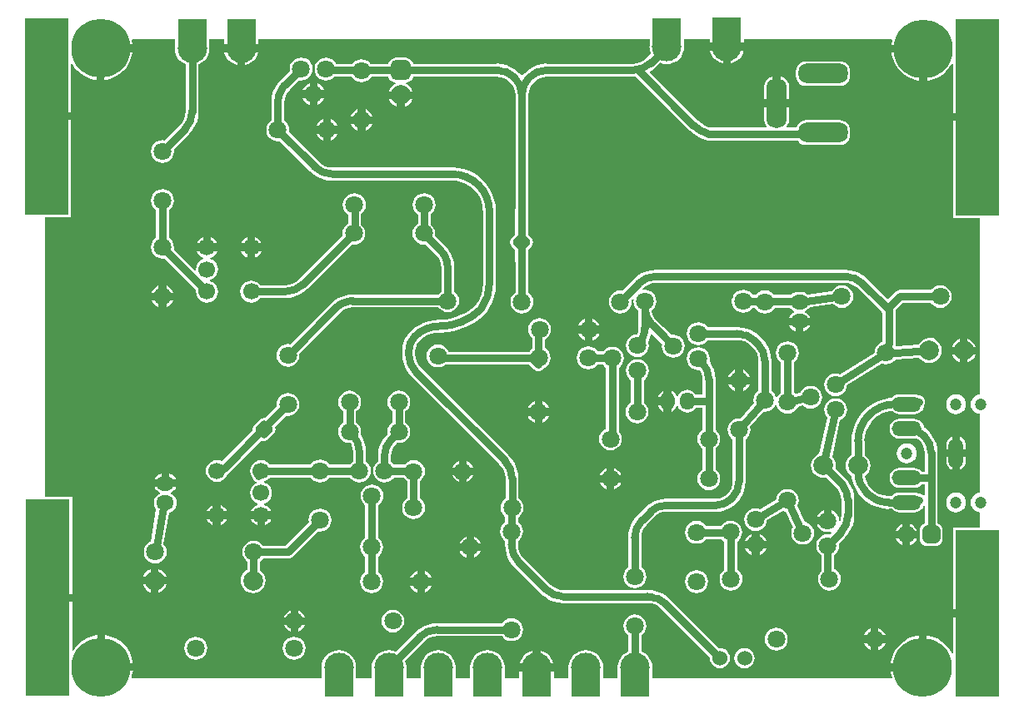
<source format=gbl>
G04*
G04 #@! TF.GenerationSoftware,Altium Limited,Altium Designer,21.0.8 (223)*
G04*
G04 Layer_Physical_Order=2*
G04 Layer_Color=9720587*
%FSLAX44Y44*%
%MOMM*%
G71*
G04*
G04 #@! TF.SameCoordinates,817B6129-E2F9-410E-B20C-35ABB6862B10*
G04*
G04*
G04 #@! TF.FilePolarity,Positive*
G04*
G01*
G75*
%ADD17R,4.5000X20.0000*%
%ADD18R,4.5000X17.0000*%
%ADD37C,0.8000*%
%ADD38C,1.8000*%
%ADD39C,1.5240*%
G04:AMPARAMS|DCode=40|XSize=1.5mm|YSize=1.5mm|CornerRadius=0.375mm|HoleSize=0mm|Usage=FLASHONLY|Rotation=45.000|XOffset=0mm|YOffset=0mm|HoleType=Round|Shape=RoundedRectangle|*
%AMROUNDEDRECTD40*
21,1,1.5000,0.7500,0,0,45.0*
21,1,0.7500,1.5000,0,0,45.0*
1,1,0.7500,0.5303,0.0000*
1,1,0.7500,0.0000,-0.5303*
1,1,0.7500,-0.5303,0.0000*
1,1,0.7500,0.0000,0.5303*
%
%ADD40ROUNDEDRECTD40*%
%ADD41C,2.0000*%
%ADD42C,6.0000*%
G04:AMPARAMS|DCode=43|XSize=2mm|YSize=2mm|CornerRadius=0.5mm|HoleSize=0mm|Usage=FLASHONLY|Rotation=0.000|XOffset=0mm|YOffset=0mm|HoleType=Round|Shape=RoundedRectangle|*
%AMROUNDEDRECTD43*
21,1,2.0000,1.0000,0,0,0.0*
21,1,1.0000,2.0000,0,0,0.0*
1,1,1.0000,0.5000,-0.5000*
1,1,1.0000,-0.5000,-0.5000*
1,1,1.0000,-0.5000,0.5000*
1,1,1.0000,0.5000,0.5000*
%
%ADD43ROUNDEDRECTD43*%
G04:AMPARAMS|DCode=44|XSize=1.8mm|YSize=1.8mm|CornerRadius=0.45mm|HoleSize=0mm|Usage=FLASHONLY|Rotation=270.000|XOffset=0mm|YOffset=0mm|HoleType=Round|Shape=RoundedRectangle|*
%AMROUNDEDRECTD44*
21,1,1.8000,0.9000,0,0,270.0*
21,1,0.9000,1.8000,0,0,270.0*
1,1,0.9000,-0.4500,-0.4500*
1,1,0.9000,-0.4500,0.4500*
1,1,0.9000,0.4500,0.4500*
1,1,0.9000,0.4500,-0.4500*
%
%ADD44ROUNDEDRECTD44*%
%ADD45C,1.2000*%
%ADD46O,1.5000X3.0000*%
%ADD47O,3.0000X1.5000*%
%ADD48O,1.8000X1.5000*%
%ADD49O,1.5000X1.8000*%
%ADD50C,1.7000*%
G04:AMPARAMS|DCode=51|XSize=5mm|YSize=2mm|CornerRadius=0.8mm|HoleSize=0mm|Usage=FLASHONLY|Rotation=180.000|XOffset=0mm|YOffset=0mm|HoleType=Round|Shape=RoundedRectangle|*
%AMROUNDEDRECTD51*
21,1,5.0000,0.4000,0,0,180.0*
21,1,3.4000,2.0000,0,0,180.0*
1,1,1.6000,-1.7000,0.2000*
1,1,1.6000,1.7000,0.2000*
1,1,1.6000,1.7000,-0.2000*
1,1,1.6000,-1.7000,-0.2000*
%
%ADD51ROUNDEDRECTD51*%
G04:AMPARAMS|DCode=52|XSize=5mm|YSize=2mm|CornerRadius=0.8mm|HoleSize=0mm|Usage=FLASHONLY|Rotation=90.000|XOffset=0mm|YOffset=0mm|HoleType=Round|Shape=RoundedRectangle|*
%AMROUNDEDRECTD52*
21,1,5.0000,0.4000,0,0,90.0*
21,1,3.4000,2.0000,0,0,90.0*
1,1,1.6000,0.2000,1.7000*
1,1,1.6000,0.2000,-1.7000*
1,1,1.6000,-0.2000,-1.7000*
1,1,1.6000,-0.2000,1.7000*
%
%ADD52ROUNDEDRECTD52*%
%ADD53C,1.2700*%
%ADD54R,3.0000X3.0000*%
%ADD55C,3.0000*%
G36*
X886577Y673003D02*
X885761Y669606D01*
X885674Y668500D01*
X918000D01*
Y664500D01*
X922000D01*
Y632174D01*
X923106Y632261D01*
X928086Y633457D01*
X932819Y635417D01*
X937186Y638093D01*
X941080Y641420D01*
X944407Y645314D01*
X946690Y649040D01*
X947960Y648682D01*
Y599000D01*
X973000D01*
Y591000D01*
X947960D01*
Y492460D01*
X975724D01*
Y313057D01*
X973629Y312782D01*
X971187Y311770D01*
X969089Y310161D01*
X967480Y308063D01*
X966468Y305621D01*
X966123Y303000D01*
X966468Y300379D01*
X967480Y297937D01*
X969089Y295839D01*
X971187Y294230D01*
X973629Y293218D01*
X975724Y292943D01*
Y213057D01*
X973629Y212782D01*
X971187Y211770D01*
X969089Y210161D01*
X967480Y208063D01*
X966468Y205621D01*
X966123Y203000D01*
X966468Y200379D01*
X967480Y197937D01*
X969089Y195839D01*
X971187Y194230D01*
X973629Y193218D01*
X975724Y192943D01*
Y177540D01*
X947960D01*
Y94000D01*
X973000D01*
Y86000D01*
X947960D01*
Y49396D01*
X946714Y49148D01*
X946333Y50068D01*
X943657Y54436D01*
X940330Y58330D01*
X936436Y61657D01*
X932068Y64333D01*
X927337Y66293D01*
X922356Y67489D01*
X921250Y67576D01*
Y35250D01*
X917250D01*
Y31250D01*
X884924D01*
X885011Y30144D01*
X886181Y25270D01*
X886143Y24894D01*
X885546Y24000D01*
X642540D01*
Y34138D01*
X642625Y35000D01*
X642540Y35862D01*
Y37540D01*
X642375D01*
X642286Y38438D01*
X641283Y41745D01*
X639655Y44792D01*
X637463Y47463D01*
X634792Y49654D01*
X631745Y51283D01*
X631346Y51404D01*
Y67766D01*
X632980Y69020D01*
X634830Y71430D01*
X635993Y74237D01*
X636390Y77250D01*
X635993Y80262D01*
X634830Y83070D01*
X632980Y85480D01*
X630570Y87330D01*
X627762Y88493D01*
X624750Y88890D01*
X621737Y88493D01*
X618930Y87330D01*
X616520Y85480D01*
X614670Y83070D01*
X613507Y80262D01*
X613110Y77250D01*
X613507Y74237D01*
X614670Y71430D01*
X616520Y69020D01*
X618154Y67766D01*
Y51229D01*
X615208Y49654D01*
X612537Y47463D01*
X610345Y44792D01*
X608717Y41745D01*
X607714Y38438D01*
X607625Y37540D01*
X607460D01*
Y35862D01*
X607375Y35000D01*
X607460Y34138D01*
Y24000D01*
X592540D01*
Y34138D01*
X592625Y35000D01*
X592540Y35862D01*
Y37540D01*
X592375D01*
X592286Y38438D01*
X591283Y41745D01*
X589655Y44792D01*
X587463Y47463D01*
X584792Y49654D01*
X581745Y51283D01*
X578438Y52286D01*
X575000Y52625D01*
X571562Y52286D01*
X568255Y51283D01*
X565208Y49654D01*
X562537Y47463D01*
X560345Y44792D01*
X558717Y41745D01*
X557714Y38438D01*
X557625Y37540D01*
X557460D01*
Y35862D01*
X557375Y35000D01*
X557460Y34138D01*
Y24000D01*
X542540D01*
Y31000D01*
X525000D01*
X507460D01*
Y24000D01*
X492540Y24000D01*
Y34138D01*
X492625Y35000D01*
X492540Y35862D01*
Y37540D01*
X492375D01*
X492286Y38438D01*
X491283Y41745D01*
X489655Y44792D01*
X487463Y47463D01*
X484792Y49654D01*
X481745Y51283D01*
X478438Y52286D01*
X475000Y52625D01*
X471562Y52286D01*
X468255Y51283D01*
X465208Y49654D01*
X462537Y47463D01*
X460345Y44792D01*
X458717Y41745D01*
X457714Y38438D01*
X457625Y37540D01*
X457460D01*
Y35862D01*
X457375Y35000D01*
X457460Y34138D01*
Y24000D01*
X442540D01*
Y34138D01*
X442625Y35000D01*
X442540Y35862D01*
Y37540D01*
X442375D01*
X442286Y38438D01*
X441283Y41745D01*
X439655Y44792D01*
X437463Y47463D01*
X434792Y49654D01*
X431745Y51283D01*
X428438Y52286D01*
X425000Y52625D01*
X421562Y52286D01*
X418255Y51283D01*
X415208Y49654D01*
X412537Y47463D01*
X410345Y44792D01*
X408717Y41745D01*
X407714Y38438D01*
X407625Y37540D01*
X407460D01*
Y35862D01*
X407375Y35000D01*
X407460Y34138D01*
Y24000D01*
X392540D01*
Y34138D01*
X392625Y35000D01*
X392540Y35862D01*
Y37540D01*
X392375D01*
X392286Y38438D01*
X391283Y41745D01*
X391210Y41881D01*
X410725Y61396D01*
X410779Y61466D01*
X413563Y63751D01*
X416818Y65491D01*
X420349Y66562D01*
X423934Y66915D01*
X424021Y66904D01*
X490016D01*
X491270Y65270D01*
X493680Y63420D01*
X496487Y62257D01*
X499500Y61860D01*
X502513Y62257D01*
X505320Y63420D01*
X507730Y65270D01*
X509580Y67680D01*
X510743Y70487D01*
X511139Y73500D01*
X510743Y76512D01*
X509580Y79320D01*
X507730Y81730D01*
X505320Y83580D01*
X502513Y84743D01*
X499500Y85140D01*
X496487Y84743D01*
X493680Y83580D01*
X491270Y81730D01*
X490016Y80096D01*
X424021D01*
Y80139D01*
X419009Y79744D01*
X414120Y78571D01*
X409476Y76647D01*
X405189Y74020D01*
X401366Y70755D01*
X401396Y70725D01*
X381881Y51210D01*
X381745Y51283D01*
X378438Y52286D01*
X375000Y52625D01*
X371562Y52286D01*
X368255Y51283D01*
X365208Y49654D01*
X362537Y47463D01*
X360345Y44792D01*
X358717Y41745D01*
X357714Y38438D01*
X357625Y37540D01*
X357460D01*
Y35862D01*
X357375Y35000D01*
X357460Y34138D01*
Y24000D01*
X341540D01*
Y34138D01*
X341625Y35000D01*
X341540Y35862D01*
Y37540D01*
X341375D01*
X341286Y38438D01*
X340283Y41745D01*
X338655Y44792D01*
X336463Y47463D01*
X333792Y49654D01*
X330745Y51283D01*
X327439Y52286D01*
X324000Y52625D01*
X320562Y52286D01*
X317255Y51283D01*
X314208Y49654D01*
X311537Y47463D01*
X309345Y44792D01*
X307717Y41745D01*
X306714Y38438D01*
X306625Y37540D01*
X306460D01*
Y35862D01*
X306375Y35000D01*
X306460Y34138D01*
Y24000D01*
X114101D01*
X113395Y25056D01*
X113543Y25414D01*
X114739Y30394D01*
X114826Y31500D01*
X82500D01*
Y35500D01*
X78500D01*
Y67826D01*
X77394Y67739D01*
X72413Y66543D01*
X67681Y64583D01*
X63314Y61907D01*
X59419Y58580D01*
X56093Y54686D01*
X54310Y51776D01*
X53040Y52134D01*
Y102000D01*
X28000D01*
Y110000D01*
X53040D01*
Y208540D01*
X25724D01*
X25724Y493460D01*
X52040D01*
Y592000D01*
X27000D01*
Y600000D01*
X52040D01*
Y648848D01*
X53310Y649207D01*
X55360Y645861D01*
X58687Y641966D01*
X62582Y638640D01*
X66949Y635963D01*
X71681Y634003D01*
X76661Y632808D01*
X77767Y632721D01*
Y665046D01*
X81767D01*
Y669046D01*
X114093D01*
X114006Y670153D01*
X113322Y673003D01*
X114108Y674000D01*
X157460D01*
Y665862D01*
X157375Y665000D01*
X157460Y664138D01*
Y662460D01*
X157625D01*
X157714Y661562D01*
X158717Y658255D01*
X160345Y655208D01*
X162537Y652537D01*
X165208Y650346D01*
X168255Y648717D01*
X168403Y648672D01*
Y600521D01*
X168415Y600434D01*
X168062Y596849D01*
X166991Y593317D01*
X165251Y590063D01*
X162966Y587278D01*
X162896Y587225D01*
X147042Y571371D01*
X145000Y571640D01*
X141987Y571243D01*
X139180Y570080D01*
X136770Y568230D01*
X134920Y565820D01*
X133757Y563013D01*
X133361Y560000D01*
X133757Y556987D01*
X134920Y554180D01*
X136770Y551770D01*
X139180Y549920D01*
X141987Y548757D01*
X145000Y548360D01*
X148013Y548757D01*
X150820Y549920D01*
X153230Y551770D01*
X155080Y554180D01*
X156243Y556987D01*
X156640Y560000D01*
X156371Y562042D01*
X172225Y577896D01*
X172255Y577866D01*
X175520Y581689D01*
X178147Y585976D01*
X180071Y590620D01*
X181244Y595509D01*
X181639Y600521D01*
X181596D01*
Y648672D01*
X181745Y648717D01*
X184792Y650346D01*
X187463Y652537D01*
X189655Y655208D01*
X191283Y658255D01*
X192286Y661562D01*
X192375Y662460D01*
X192540D01*
Y664138D01*
X192625Y665000D01*
X192540Y665862D01*
Y674000D01*
X207460D01*
Y669000D01*
X242540D01*
Y674000D01*
X639710D01*
Y667362D01*
X639625Y666500D01*
X639710Y665638D01*
Y663960D01*
X639875D01*
X639964Y663062D01*
X640967Y659755D01*
X641040Y659619D01*
X636280Y654858D01*
X636226Y654789D01*
X633441Y652503D01*
X630187Y650764D01*
X626656Y649693D01*
X623071Y649339D01*
X622983Y649351D01*
X535400D01*
Y649393D01*
X530388Y648999D01*
X525499Y647825D01*
X520855Y645901D01*
X516568Y643274D01*
X512745Y640009D01*
X510635Y637539D01*
X509365D01*
X507255Y640009D01*
X503432Y643274D01*
X499145Y645901D01*
X494501Y647825D01*
X489612Y648999D01*
X484600Y649393D01*
Y649351D01*
X399388D01*
X399346Y649668D01*
X398586Y651503D01*
X397378Y653078D01*
X395802Y654286D01*
X393968Y655046D01*
X392000Y655305D01*
X382000D01*
X380032Y655046D01*
X378197Y654286D01*
X376622Y653078D01*
X375414Y651503D01*
X374654Y649668D01*
X374612Y649351D01*
X373000D01*
X372625Y649302D01*
X372250Y649351D01*
X355905D01*
X355230Y650230D01*
X352820Y652080D01*
X350013Y653243D01*
X347000Y653640D01*
X343988Y653243D01*
X341180Y652080D01*
X338770Y650230D01*
X338095Y649351D01*
X321274D01*
X321080Y649820D01*
X319230Y652230D01*
X316820Y654080D01*
X314013Y655243D01*
X311000Y655640D01*
X307987Y655243D01*
X305180Y654080D01*
X302770Y652230D01*
X300920Y649820D01*
X299757Y647012D01*
X299360Y644000D01*
X299757Y640987D01*
X300920Y638180D01*
X302770Y635770D01*
X305180Y633920D01*
X307987Y632757D01*
X311000Y632360D01*
X314013Y632757D01*
X316820Y633920D01*
X319230Y635770D01*
X319529Y636158D01*
X336937D01*
X338770Y633770D01*
X341180Y631920D01*
X343988Y630757D01*
X347000Y630360D01*
X350013Y630757D01*
X352820Y631920D01*
X355230Y633770D01*
X357063Y636158D01*
X372250D01*
X372625Y636207D01*
X373000Y636158D01*
X374598D01*
X374654Y635732D01*
X375414Y633897D01*
X376622Y632322D01*
X378197Y631114D01*
X380032Y630354D01*
X380694Y630267D01*
X381704Y628861D01*
X381666Y628664D01*
X380676Y628254D01*
X378056Y626244D01*
X376046Y623624D01*
X375084Y621300D01*
X398916D01*
X397954Y623624D01*
X395944Y626244D01*
X393324Y628254D01*
X392334Y628664D01*
X392296Y628861D01*
X393306Y630267D01*
X393968Y630354D01*
X395802Y631114D01*
X397378Y632322D01*
X398586Y633897D01*
X399346Y635732D01*
X399402Y636158D01*
X484600D01*
X484687Y636170D01*
X488272Y635816D01*
X491804Y634745D01*
X495058Y633006D01*
X497910Y630665D01*
X500251Y627812D01*
X501991Y624558D01*
X503062Y621027D01*
X503389Y617707D01*
X503361Y617355D01*
X503404D01*
Y527500D01*
X503404Y527497D01*
X503404Y527494D01*
X503186Y475509D01*
X499912Y472235D01*
X498522Y470154D01*
X498033Y467700D01*
X498522Y465246D01*
X499912Y463165D01*
X503154Y459923D01*
Y457800D01*
X503159Y457759D01*
X503154Y457718D01*
X503403Y437714D01*
X503405Y437705D01*
X503404Y437697D01*
Y416484D01*
X501770Y415230D01*
X499920Y412820D01*
X498757Y410013D01*
X498360Y407000D01*
X498757Y403988D01*
X499920Y401180D01*
X501770Y398770D01*
X504180Y396920D01*
X506987Y395757D01*
X510000Y395360D01*
X513013Y395757D01*
X515820Y396920D01*
X518230Y398770D01*
X520080Y401180D01*
X521243Y403988D01*
X521640Y407000D01*
X521243Y410013D01*
X520080Y412820D01*
X518230Y415230D01*
X516596Y416484D01*
Y436615D01*
X516596Y437697D01*
X516665D01*
X516642Y437879D01*
X516580Y439148D01*
X516346Y457842D01*
Y459923D01*
X519588Y463165D01*
X520978Y465246D01*
X521466Y467700D01*
X520978Y470154D01*
X519588Y472235D01*
X516379Y475444D01*
X516591Y526194D01*
X516657Y527439D01*
X516665Y527500D01*
X516654D01*
X516596Y528681D01*
Y617355D01*
X516639D01*
X516611Y617707D01*
X516938Y621027D01*
X518009Y624558D01*
X519749Y627812D01*
X522090Y630665D01*
X524942Y633006D01*
X528196Y634745D01*
X531728Y635816D01*
X535313Y636170D01*
X535400Y636158D01*
X622983D01*
Y636116D01*
X625600Y636322D01*
X679847Y582075D01*
X679847Y581976D01*
X679847Y581976D01*
X679847Y581976D01*
X680806Y581156D01*
X684738Y577798D01*
X690223Y574436D01*
X696167Y571975D01*
X697304Y571663D01*
X697591Y571544D01*
X698524Y571421D01*
X701350Y571049D01*
X701350Y571099D01*
X701367Y571114D01*
X790423D01*
X791483Y569733D01*
X793684Y568043D01*
X796248Y566981D01*
X799000Y566619D01*
X833000D01*
X835751Y566981D01*
X838316Y568043D01*
X840517Y569733D01*
X842207Y571935D01*
X843269Y574498D01*
X843631Y577250D01*
Y581250D01*
X843269Y584002D01*
X842207Y586566D01*
X840517Y588767D01*
X838316Y590457D01*
X835751Y591519D01*
X833000Y591881D01*
X799000D01*
X796248Y591519D01*
X793684Y590457D01*
X791483Y588767D01*
X789793Y586566D01*
X788858Y584306D01*
X779791D01*
X779165Y585576D01*
X780207Y586935D01*
X781269Y589498D01*
X781631Y592250D01*
Y605250D01*
X769000D01*
X756369D01*
Y592250D01*
X756731Y589498D01*
X757793Y586935D01*
X758835Y585576D01*
X758209Y584306D01*
X702206D01*
X701013Y584422D01*
X699791Y584769D01*
X696238Y586240D01*
X692525Y588515D01*
X689269Y591297D01*
X689225Y591354D01*
X640388Y640190D01*
X640538Y641452D01*
X641815Y642235D01*
X645638Y645500D01*
X645608Y645530D01*
X650368Y650290D01*
X650505Y650217D01*
X653811Y649214D01*
X657250Y648875D01*
X660688Y649214D01*
X663995Y650217D01*
X667042Y651845D01*
X669713Y654037D01*
X671905Y656708D01*
X673533Y659755D01*
X674536Y663062D01*
X674625Y663960D01*
X674790D01*
Y665638D01*
X674875Y666500D01*
X674790Y667362D01*
Y674000D01*
X700710D01*
Y670750D01*
X735790D01*
Y674000D01*
X885790D01*
X886577Y673003D01*
D02*
G37*
%LPC*%
G36*
X735366Y662750D02*
X722250D01*
Y649634D01*
X724995Y650467D01*
X728042Y652095D01*
X730713Y654287D01*
X732905Y656958D01*
X734533Y660005D01*
X735366Y662750D01*
D02*
G37*
G36*
X714250D02*
X701134D01*
X701967Y660005D01*
X703596Y656958D01*
X705787Y654287D01*
X708458Y652095D01*
X711505Y650467D01*
X714250Y649634D01*
Y662750D01*
D02*
G37*
G36*
X242116Y661000D02*
X229000D01*
Y647884D01*
X231745Y648717D01*
X234792Y650346D01*
X237463Y652537D01*
X239655Y655208D01*
X241283Y658255D01*
X242116Y661000D01*
D02*
G37*
G36*
X221000D02*
X207884D01*
X208717Y658255D01*
X210345Y655208D01*
X212537Y652537D01*
X215208Y650346D01*
X218255Y648717D01*
X221000Y647884D01*
Y661000D01*
D02*
G37*
G36*
X114093Y661046D02*
X85767D01*
Y632721D01*
X86873Y632808D01*
X91854Y634003D01*
X96586Y635963D01*
X100953Y638640D01*
X104848Y641966D01*
X108174Y645861D01*
X110850Y650228D01*
X112810Y654960D01*
X114006Y659940D01*
X114093Y661046D01*
D02*
G37*
G36*
X285600Y655640D02*
X282587Y655243D01*
X279780Y654080D01*
X277370Y652230D01*
X275520Y649820D01*
X274357Y647012D01*
X273960Y644000D01*
X274229Y641958D01*
X264775Y632504D01*
X264745Y632534D01*
X261480Y628711D01*
X258853Y624424D01*
X256929Y619780D01*
X255756Y614891D01*
X255459Y611126D01*
X255365Y609924D01*
X255361Y609879D01*
X255403D01*
Y591484D01*
X253769Y590230D01*
X251920Y587820D01*
X250757Y585013D01*
X250360Y582000D01*
X250757Y578988D01*
X251920Y576180D01*
X253769Y573770D01*
X256180Y571920D01*
X258987Y570757D01*
X262000Y570360D01*
X264042Y570629D01*
X294896Y539775D01*
X294866Y539745D01*
X298689Y536480D01*
X302976Y533853D01*
X307621Y531929D01*
X312509Y530756D01*
X317521Y530361D01*
Y530404D01*
X439192D01*
X439212Y530404D01*
X439219Y530404D01*
X439221Y530404D01*
X439222Y530404D01*
X440462Y530332D01*
X444110Y530045D01*
X448870Y528902D01*
X453393Y527029D01*
X457568Y524470D01*
X461202Y521366D01*
X461279Y521266D01*
X461280Y521266D01*
X462103Y520339D01*
X464470Y517568D01*
X467029Y513394D01*
X468902Y508870D01*
X470045Y504110D01*
X470332Y500462D01*
X470404Y499222D01*
X470404Y499221D01*
X470404Y499220D01*
X470404Y499212D01*
X470404Y499192D01*
Y425271D01*
X470429Y425077D01*
X470000Y419619D01*
X468676Y414106D01*
X466507Y408868D01*
X464171Y405058D01*
X463642Y404276D01*
X463623Y404272D01*
X463623Y404271D01*
X463502Y404068D01*
X463460Y404035D01*
X463445Y404016D01*
X462590Y403265D01*
X458687Y399843D01*
X452877Y395960D01*
X446609Y392869D01*
X439991Y390623D01*
X433137Y389260D01*
X427424Y388885D01*
X426156Y388879D01*
X426146Y388879D01*
X424906Y388798D01*
X420696Y388522D01*
X415340Y387457D01*
X410168Y385701D01*
X405270Y383285D01*
X400728Y380251D01*
X397537Y377452D01*
X396622Y376650D01*
X396598Y376622D01*
X396598Y376622D01*
X396598Y376617D01*
X393753Y373287D01*
X391443Y369518D01*
X389752Y365434D01*
X388720Y361136D01*
X388471Y357971D01*
X388373Y356729D01*
X388373Y356729D01*
X388404D01*
X388404Y356729D01*
Y353694D01*
X388361D01*
X388756Y348683D01*
X389929Y343794D01*
X391853Y339149D01*
X394480Y334863D01*
X397745Y331040D01*
X397775Y331069D01*
X487896Y240949D01*
X487966Y240895D01*
X490251Y238110D01*
X491991Y234856D01*
X493062Y231325D01*
X493415Y227740D01*
X493404Y227652D01*
Y206984D01*
X491770Y205730D01*
X489920Y203320D01*
X488757Y200513D01*
X488360Y197500D01*
X488757Y194487D01*
X489920Y191680D01*
X491770Y189270D01*
X493154Y188208D01*
Y183176D01*
X491270Y181730D01*
X489420Y179320D01*
X488257Y176513D01*
X487860Y173500D01*
X488257Y170487D01*
X489420Y167680D01*
X491270Y165270D01*
X492904Y164016D01*
Y160021D01*
X492861D01*
X493256Y155009D01*
X494429Y150120D01*
X496353Y145476D01*
X498980Y141189D01*
X502245Y137366D01*
X502275Y137396D01*
X529646Y110025D01*
X529616Y109995D01*
X533439Y106730D01*
X537726Y104103D01*
X542370Y102179D01*
X547259Y101006D01*
X552271Y100611D01*
Y100654D01*
X637979D01*
X638066Y100665D01*
X641651Y100312D01*
X645182Y99241D01*
X648437Y97501D01*
X651221Y95216D01*
X651275Y95146D01*
X701109Y45312D01*
X701002Y44500D01*
X701351Y41848D01*
X702375Y39376D01*
X704004Y37254D01*
X706126Y35625D01*
X708598Y34602D01*
X711250Y34252D01*
X713902Y34602D01*
X716374Y35625D01*
X718496Y37254D01*
X720125Y39376D01*
X721149Y41848D01*
X721498Y44500D01*
X721149Y47152D01*
X720125Y49624D01*
X718496Y51746D01*
X716374Y53375D01*
X713902Y54398D01*
X711250Y54748D01*
X710438Y54641D01*
X660604Y104475D01*
X660634Y104505D01*
X656811Y107770D01*
X652524Y110397D01*
X647879Y112321D01*
X642991Y113494D01*
X637979Y113889D01*
Y113846D01*
X552271D01*
X552184Y113835D01*
X548599Y114188D01*
X545067Y115259D01*
X541813Y116999D01*
X539029Y119284D01*
X538975Y119354D01*
X511604Y146725D01*
X511534Y146778D01*
X509249Y149563D01*
X507509Y152818D01*
X506438Y156349D01*
X506085Y159934D01*
X506096Y160021D01*
Y164016D01*
X507730Y165270D01*
X509580Y167680D01*
X510743Y170487D01*
X511139Y173500D01*
X510743Y176513D01*
X509580Y179320D01*
X507730Y181730D01*
X506346Y182792D01*
Y187824D01*
X508230Y189270D01*
X510080Y191680D01*
X511243Y194487D01*
X511640Y197500D01*
X511243Y200513D01*
X510080Y203320D01*
X508230Y205730D01*
X506596Y206984D01*
Y227652D01*
X506639D01*
X506244Y232664D01*
X505071Y237553D01*
X503147Y242198D01*
X500520Y246484D01*
X497255Y250307D01*
X497225Y250277D01*
X407104Y340398D01*
X407034Y340452D01*
X404749Y343237D01*
X403009Y346491D01*
X401938Y350022D01*
X401585Y353607D01*
X401596Y353694D01*
Y356729D01*
X401596Y356735D01*
X401882Y359645D01*
X402733Y362449D01*
X404114Y365034D01*
X405960Y367282D01*
X406890Y368103D01*
X409368Y370219D01*
X413187Y372560D01*
X417325Y374274D01*
X421681Y375320D01*
X424897Y375573D01*
X426153Y375606D01*
X426163Y375605D01*
X427415Y375675D01*
X433623Y376024D01*
X440989Y377276D01*
X448168Y379344D01*
X455070Y382203D01*
X461609Y385817D01*
X467703Y390140D01*
X472748Y394649D01*
X472789Y394631D01*
X472789Y394631D01*
X472882Y394703D01*
X473571Y395600D01*
X474313Y396567D01*
X474338Y396568D01*
X474715Y397096D01*
X474752Y397186D01*
X475040Y397617D01*
X477037Y400606D01*
X479891Y406393D01*
X481965Y412503D01*
X483224Y418832D01*
X483646Y425271D01*
X483596D01*
Y497949D01*
X483634Y499219D01*
X483635Y499229D01*
X483554Y500471D01*
X483255Y505025D01*
X482122Y510722D01*
X480255Y516222D01*
X477686Y521432D01*
X474459Y526262D01*
X471453Y529689D01*
X470636Y530621D01*
X470629Y530629D01*
X466261Y534459D01*
X461432Y537686D01*
X456222Y540255D01*
X450722Y542122D01*
X445025Y543255D01*
X440471Y543554D01*
X439229Y543635D01*
X439219Y543634D01*
X437949Y543596D01*
X317521D01*
X317434Y543585D01*
X313849Y543938D01*
X310317Y545009D01*
X307063Y546749D01*
X304278Y549034D01*
X304225Y549104D01*
X273371Y579958D01*
X273640Y582000D01*
X273243Y585013D01*
X272080Y587820D01*
X270230Y590230D01*
X268596Y591484D01*
Y609879D01*
X268594Y609897D01*
X268596Y609915D01*
X268587Y609987D01*
X268938Y613551D01*
X270009Y617082D01*
X271749Y620337D01*
X274034Y623121D01*
X274104Y623175D01*
X283558Y632629D01*
X285600Y632360D01*
X288612Y632757D01*
X291420Y633920D01*
X293830Y635770D01*
X295680Y638180D01*
X296843Y640987D01*
X297239Y644000D01*
X296843Y647012D01*
X295680Y649820D01*
X294564Y651274D01*
X294513Y651398D01*
X293464Y652764D01*
X292098Y653813D01*
X290507Y654472D01*
X290459Y654478D01*
X288612Y655243D01*
X285600Y655640D01*
D02*
G37*
G36*
X914000Y660500D02*
X885674D01*
X885761Y659394D01*
X886957Y654414D01*
X888917Y649681D01*
X891593Y645314D01*
X894920Y641420D01*
X898814Y638093D01*
X903182Y635417D01*
X907914Y633457D01*
X912894Y632261D01*
X914000Y632174D01*
Y660500D01*
D02*
G37*
G36*
X833000Y651881D02*
X799000D01*
X796248Y651519D01*
X793684Y650457D01*
X791483Y648767D01*
X789793Y646565D01*
X788731Y644001D01*
X788369Y641250D01*
Y637250D01*
X788731Y634498D01*
X789793Y631935D01*
X791483Y629733D01*
X793684Y628043D01*
X796248Y626981D01*
X799000Y626619D01*
X833000D01*
X835751Y626981D01*
X838316Y628043D01*
X840517Y629733D01*
X842207Y631935D01*
X843269Y634498D01*
X843631Y637250D01*
Y641250D01*
X843269Y644001D01*
X842207Y646565D01*
X840517Y648767D01*
X838316Y650457D01*
X835751Y651519D01*
X833000Y651881D01*
D02*
G37*
G36*
X302300Y629434D02*
Y622600D01*
X309134D01*
X308380Y624420D01*
X306530Y626830D01*
X304120Y628680D01*
X302300Y629434D01*
D02*
G37*
G36*
X294300D02*
X292480Y628680D01*
X290070Y626830D01*
X288220Y624420D01*
X287466Y622600D01*
X294300D01*
Y629434D01*
D02*
G37*
G36*
X773000Y636618D02*
Y613250D01*
X781631D01*
Y626250D01*
X781269Y629002D01*
X780207Y631566D01*
X778517Y633767D01*
X776316Y635457D01*
X773752Y636519D01*
X773000Y636618D01*
D02*
G37*
G36*
X765000D02*
X764249Y636519D01*
X761684Y635457D01*
X759483Y633767D01*
X757793Y631566D01*
X756731Y629002D01*
X756369Y626250D01*
Y613250D01*
X765000D01*
Y636618D01*
D02*
G37*
G36*
X309134Y614600D02*
X302300D01*
Y607766D01*
X304120Y608520D01*
X306530Y610370D01*
X308380Y612780D01*
X309134Y614600D01*
D02*
G37*
G36*
X294300D02*
X287466D01*
X288220Y612780D01*
X290070Y610370D01*
X292480Y608520D01*
X294300Y607766D01*
Y614600D01*
D02*
G37*
G36*
X398916Y613300D02*
X391000D01*
Y605384D01*
X393324Y606346D01*
X395944Y608356D01*
X397954Y610976D01*
X398916Y613300D01*
D02*
G37*
G36*
X383000D02*
X375084D01*
X376046Y610976D01*
X378056Y608356D01*
X380676Y606346D01*
X383000Y605384D01*
Y613300D01*
D02*
G37*
G36*
X351000Y602834D02*
Y596000D01*
X357834D01*
X357080Y597820D01*
X355230Y600230D01*
X352820Y602080D01*
X351000Y602834D01*
D02*
G37*
G36*
X343000Y602834D02*
X341180Y602080D01*
X338770Y600230D01*
X336920Y597820D01*
X336166Y596000D01*
X343000D01*
Y602834D01*
D02*
G37*
G36*
X316000Y592834D02*
Y586000D01*
X322834D01*
X322080Y587820D01*
X320230Y590230D01*
X317820Y592080D01*
X316000Y592834D01*
D02*
G37*
G36*
X308000D02*
X306180Y592080D01*
X303770Y590230D01*
X301920Y587820D01*
X301166Y586000D01*
X308000D01*
Y592834D01*
D02*
G37*
G36*
X357834Y588000D02*
X351000D01*
Y581166D01*
X352820Y581920D01*
X355230Y583770D01*
X357080Y586180D01*
X357834Y588000D01*
D02*
G37*
G36*
X343000D02*
X336166D01*
X336920Y586180D01*
X338770Y583770D01*
X341180Y581920D01*
X343000Y581166D01*
Y588000D01*
D02*
G37*
G36*
X322834Y578000D02*
X316000D01*
Y571166D01*
X317820Y571920D01*
X320230Y573770D01*
X322080Y576180D01*
X322834Y578000D01*
D02*
G37*
G36*
X308000D02*
X301166D01*
X301920Y576180D01*
X303770Y573770D01*
X306180Y571920D01*
X308000Y571166D01*
Y578000D01*
D02*
G37*
G36*
X239000Y472793D02*
Y466500D01*
X245293D01*
X244643Y468068D01*
X242874Y470374D01*
X240568Y472143D01*
X239000Y472793D01*
D02*
G37*
G36*
X194000Y472793D02*
Y466500D01*
X200293D01*
X199643Y468068D01*
X197874Y470374D01*
X195568Y472143D01*
X194000Y472793D01*
D02*
G37*
G36*
X186000D02*
X184432Y472143D01*
X182126Y470374D01*
X180357Y468068D01*
X179707Y466500D01*
X186000D01*
Y472793D01*
D02*
G37*
G36*
X231000Y472793D02*
X229432Y472143D01*
X227126Y470374D01*
X225357Y468068D01*
X224707Y466500D01*
X231000D01*
Y472793D01*
D02*
G37*
G36*
X339750Y517390D02*
X336737Y516993D01*
X333930Y515830D01*
X331520Y513980D01*
X329670Y511570D01*
X328507Y508763D01*
X328110Y505750D01*
X328507Y502738D01*
X329670Y499930D01*
X331520Y497520D01*
X333404Y496074D01*
Y486810D01*
X331020Y484980D01*
X329170Y482570D01*
X328007Y479763D01*
X327610Y476750D01*
X327879Y474708D01*
X282775Y429604D01*
X282722Y429534D01*
X279937Y427249D01*
X276682Y425509D01*
X273151Y424438D01*
X269566Y424085D01*
X269479Y424096D01*
X243854D01*
X242874Y425374D01*
X240568Y427143D01*
X237882Y428256D01*
X235000Y428635D01*
X232118Y428256D01*
X229432Y427143D01*
X227126Y425374D01*
X225357Y423068D01*
X224244Y420382D01*
X223865Y417500D01*
X224244Y414618D01*
X225357Y411932D01*
X227126Y409626D01*
X229432Y407857D01*
X232118Y406744D01*
X235000Y406365D01*
X237882Y406744D01*
X240568Y407857D01*
X242874Y409626D01*
X243854Y410904D01*
X269479D01*
Y410861D01*
X274491Y411256D01*
X279379Y412429D01*
X284024Y414353D01*
X288311Y416980D01*
X292134Y420245D01*
X292104Y420275D01*
X337208Y465379D01*
X339250Y465111D01*
X342262Y465507D01*
X345070Y466670D01*
X347480Y468520D01*
X349330Y470930D01*
X350493Y473737D01*
X350890Y476750D01*
X350493Y479763D01*
X349330Y482570D01*
X347480Y484980D01*
X346596Y485659D01*
Y496458D01*
X347980Y497520D01*
X349830Y499930D01*
X350993Y502738D01*
X351390Y505750D01*
X350993Y508763D01*
X349830Y511570D01*
X347980Y513980D01*
X345570Y515830D01*
X342762Y516993D01*
X339750Y517390D01*
D02*
G37*
G36*
X245293Y458500D02*
X239000D01*
Y452207D01*
X240568Y452857D01*
X242874Y454626D01*
X244643Y456932D01*
X245293Y458500D01*
D02*
G37*
G36*
X231000D02*
X224707D01*
X225357Y456932D01*
X227126Y454626D01*
X229432Y452857D01*
X231000Y452207D01*
Y458500D01*
D02*
G37*
G36*
X838229Y439639D02*
Y439596D01*
X646521D01*
Y439639D01*
X641509Y439244D01*
X636620Y438071D01*
X631976Y436147D01*
X627689Y433520D01*
X623866Y430255D01*
X623896Y430225D01*
X612042Y418371D01*
X610000Y418639D01*
X606987Y418243D01*
X604180Y417080D01*
X601770Y415230D01*
X599920Y412820D01*
X598757Y410013D01*
X598360Y407000D01*
X598757Y403988D01*
X599920Y401180D01*
X601770Y398770D01*
X604180Y396920D01*
X606987Y395757D01*
X610000Y395360D01*
X613013Y395757D01*
X615820Y396920D01*
X618230Y398770D01*
X620080Y401180D01*
X621243Y403988D01*
X621640Y407000D01*
X621371Y409042D01*
X622421Y410092D01*
X623624Y409499D01*
X623360Y407500D01*
X623757Y404487D01*
X624920Y401680D01*
X626770Y399270D01*
X628404Y398016D01*
Y380521D01*
X628415Y380434D01*
X628134Y377576D01*
X628062Y376849D01*
X627229Y374104D01*
X624487Y373743D01*
X621680Y372580D01*
X619270Y370730D01*
X617420Y368320D01*
X616257Y365513D01*
X615860Y362500D01*
X616257Y359487D01*
X617420Y356680D01*
X619270Y354270D01*
X621680Y352420D01*
X624487Y351257D01*
X627500Y350860D01*
X630513Y351257D01*
X633320Y352420D01*
X635730Y354270D01*
X637580Y356680D01*
X638743Y359487D01*
X639140Y362500D01*
X638743Y365513D01*
X638349Y366464D01*
X640071Y370620D01*
X640925Y374179D01*
X642147Y374524D01*
X652629Y364042D01*
X652360Y362000D01*
X652757Y358988D01*
X653920Y356180D01*
X655770Y353770D01*
X658180Y351920D01*
X660987Y350757D01*
X664000Y350360D01*
X667012Y350757D01*
X669820Y351920D01*
X672230Y353770D01*
X674080Y356180D01*
X675243Y358988D01*
X675639Y362000D01*
X675243Y365013D01*
X674080Y367820D01*
X672230Y370230D01*
X669820Y372080D01*
X667012Y373243D01*
X664000Y373640D01*
X661958Y373371D01*
X653815Y381514D01*
X647104Y388225D01*
X647034Y388279D01*
X644749Y391063D01*
X643009Y394318D01*
X641938Y397849D01*
X641899Y398248D01*
X643230Y399270D01*
X645080Y401680D01*
X646243Y404487D01*
X646639Y407500D01*
X646243Y410513D01*
X645080Y413320D01*
X643230Y415730D01*
X640820Y417580D01*
X638013Y418743D01*
X635000Y419140D01*
X633001Y418876D01*
X632408Y420079D01*
X633225Y420896D01*
X633279Y420966D01*
X636063Y423251D01*
X639318Y424991D01*
X642849Y426062D01*
X646434Y426415D01*
X646521Y426404D01*
X838229D01*
X838316Y426415D01*
X841901Y426062D01*
X845432Y424991D01*
X848687Y423251D01*
X851471Y420966D01*
X851525Y420896D01*
X875580Y396841D01*
X875580Y396841D01*
X876654Y395768D01*
Y394250D01*
Y367238D01*
X876201Y366648D01*
X875835Y365766D01*
X874180Y365080D01*
X871770Y363230D01*
X869920Y360820D01*
X868757Y358013D01*
X868426Y355495D01*
X833236Y333283D01*
X831762Y333893D01*
X828750Y334290D01*
X825737Y333893D01*
X822930Y332730D01*
X820520Y330880D01*
X818670Y328470D01*
X817507Y325662D01*
X817110Y322650D01*
X817507Y319638D01*
X818670Y316830D01*
X820520Y314420D01*
X822930Y312570D01*
X825737Y311407D01*
X828750Y311010D01*
X831762Y311407D01*
X834570Y312570D01*
X836980Y314420D01*
X838830Y316830D01*
X839993Y319638D01*
X840324Y322155D01*
X875514Y344367D01*
X876988Y343757D01*
X880000Y343360D01*
X883012Y343757D01*
X885820Y344920D01*
X888230Y346770D01*
X889484Y348404D01*
X889750D01*
X889989Y348435D01*
X890230Y348421D01*
X913838Y350144D01*
X915056Y348556D01*
X917676Y346546D01*
X920726Y345283D01*
X924000Y344852D01*
X927274Y345283D01*
X930324Y346546D01*
X932944Y348556D01*
X934954Y351176D01*
X936217Y354226D01*
X936648Y357500D01*
X936217Y360774D01*
X934954Y363824D01*
X932944Y366444D01*
X931545Y367517D01*
X930664Y368664D01*
X929298Y369713D01*
X927707Y370372D01*
X926000Y370596D01*
X924293Y370372D01*
X923638Y370101D01*
X920726Y369717D01*
X917676Y368454D01*
X915056Y366444D01*
X913046Y363824D01*
X912829Y363299D01*
X890452Y361665D01*
X889578Y362875D01*
X889622Y362979D01*
X889846Y364686D01*
Y399077D01*
X896673Y405904D01*
X925766D01*
X927020Y404270D01*
X929430Y402420D01*
X932237Y401257D01*
X935250Y400860D01*
X938262Y401257D01*
X941070Y402420D01*
X943480Y404270D01*
X945330Y406680D01*
X946493Y409487D01*
X946889Y412500D01*
X946493Y415513D01*
X945330Y418320D01*
X943480Y420730D01*
X941070Y422580D01*
X938262Y423743D01*
X935250Y424140D01*
X932237Y423743D01*
X929430Y422580D01*
X927020Y420730D01*
X925766Y419096D01*
X893941D01*
X892233Y418872D01*
X890642Y418213D01*
X889276Y417164D01*
X881595Y409483D01*
X860854Y430225D01*
X860884Y430255D01*
X857061Y433520D01*
X852774Y436147D01*
X848130Y438071D01*
X843241Y439244D01*
X838229Y439639D01*
D02*
G37*
G36*
X149000Y423334D02*
Y416500D01*
X155834D01*
X155080Y418320D01*
X153230Y420730D01*
X150820Y422580D01*
X149000Y423334D01*
D02*
G37*
G36*
X141000Y423334D02*
X139180Y422580D01*
X136770Y420730D01*
X134920Y418320D01*
X134166Y416500D01*
X141000D01*
Y423334D01*
D02*
G37*
G36*
X835250Y424140D02*
X832237Y423743D01*
X829430Y422580D01*
X827020Y420730D01*
X825170Y418320D01*
X824969Y417835D01*
X800243Y414673D01*
X798813Y415770D01*
X796371Y416782D01*
X793750Y417127D01*
X790750D01*
X788129Y416782D01*
X785687Y415770D01*
X783589Y414161D01*
X783540Y414096D01*
X766100D01*
X765230Y415230D01*
X762820Y417080D01*
X760013Y418243D01*
X757000Y418639D01*
X753987Y418243D01*
X751180Y417080D01*
X748770Y415230D01*
X747899Y414096D01*
X744484D01*
X743230Y415730D01*
X740820Y417580D01*
X738012Y418743D01*
X735000Y419140D01*
X731987Y418743D01*
X729180Y417580D01*
X726770Y415730D01*
X724920Y413320D01*
X724429Y412134D01*
X723787Y411298D01*
X723128Y409707D01*
X722904Y408000D01*
X723128Y406293D01*
X723701Y404909D01*
X723757Y404487D01*
X724920Y401680D01*
X726770Y399270D01*
X729180Y397420D01*
X731987Y396257D01*
X735000Y395860D01*
X738012Y396257D01*
X740820Y397420D01*
X743230Y399270D01*
X744484Y400904D01*
X747132D01*
X748770Y398770D01*
X751180Y396920D01*
X753987Y395757D01*
X757000Y395360D01*
X760013Y395757D01*
X762820Y396920D01*
X765230Y398770D01*
X766868Y400904D01*
X782773D01*
X783589Y399839D01*
X785687Y398230D01*
X786997Y397687D01*
Y396313D01*
X785687Y395770D01*
X783589Y394161D01*
X781980Y392063D01*
X781540Y391000D01*
X792250D01*
X802960D01*
X802520Y392063D01*
X800911Y394161D01*
X798813Y395770D01*
X797503Y396313D01*
Y397687D01*
X798813Y398230D01*
X800911Y399839D01*
X802287Y401634D01*
X826651Y404750D01*
X827020Y404270D01*
X829430Y402420D01*
X832237Y401257D01*
X835250Y400860D01*
X838262Y401257D01*
X841070Y402420D01*
X843480Y404270D01*
X845330Y406680D01*
X846493Y409487D01*
X846889Y412500D01*
X846493Y415513D01*
X845330Y418320D01*
X843480Y420730D01*
X841070Y422580D01*
X838262Y423743D01*
X835250Y424140D01*
D02*
G37*
G36*
X410750Y517390D02*
X407737Y516993D01*
X404930Y515830D01*
X402520Y513980D01*
X400670Y511570D01*
X399507Y508763D01*
X399110Y505750D01*
X399507Y502738D01*
X400670Y499930D01*
X402520Y497520D01*
X404404Y496074D01*
Y486810D01*
X402020Y484980D01*
X400170Y482570D01*
X399007Y479763D01*
X398610Y476750D01*
X399007Y473737D01*
X400170Y470930D01*
X402020Y468520D01*
X404430Y466670D01*
X407237Y465507D01*
X410250Y465111D01*
X412292Y465379D01*
X422646Y455025D01*
X422716Y454972D01*
X425001Y452187D01*
X426741Y448932D01*
X427812Y445401D01*
X428165Y441816D01*
X428154Y441729D01*
Y417484D01*
X426520Y416230D01*
X425266Y414596D01*
X338271D01*
Y414639D01*
X333259Y414244D01*
X331899Y413918D01*
X331549Y413872D01*
X331330Y413781D01*
X328371Y413071D01*
X323726Y411147D01*
X319439Y408520D01*
X315616Y405255D01*
X315646Y405225D01*
X274292Y363871D01*
X272250Y364140D01*
X269237Y363743D01*
X266430Y362580D01*
X264020Y360730D01*
X262170Y358320D01*
X261007Y355513D01*
X260611Y352500D01*
X261007Y349487D01*
X262170Y346680D01*
X264020Y344270D01*
X266430Y342420D01*
X269237Y341257D01*
X272250Y340860D01*
X275263Y341257D01*
X278070Y342420D01*
X280480Y344270D01*
X282330Y346680D01*
X283493Y349487D01*
X283890Y352500D01*
X283621Y354542D01*
X324975Y395896D01*
X325028Y395966D01*
X327813Y398251D01*
X331068Y399991D01*
X334555Y401049D01*
X334599Y401062D01*
X338184Y401415D01*
X338271Y401404D01*
X425266D01*
X426520Y399770D01*
X428930Y397920D01*
X431738Y396757D01*
X434750Y396361D01*
X437762Y396757D01*
X440570Y397920D01*
X442980Y399770D01*
X444830Y402180D01*
X445993Y404987D01*
X446390Y408000D01*
X445993Y411013D01*
X444830Y413820D01*
X442980Y416230D01*
X441346Y417484D01*
Y441729D01*
X441389D01*
X440994Y446741D01*
X440173Y450160D01*
X440136Y450443D01*
X440063Y450619D01*
X439821Y451629D01*
X437897Y456274D01*
X435270Y460561D01*
X432005Y464384D01*
X431975Y464354D01*
X421621Y474708D01*
X421889Y476750D01*
X421493Y479763D01*
X420330Y482570D01*
X418480Y484980D01*
X417596Y485659D01*
Y496458D01*
X418980Y497520D01*
X420830Y499930D01*
X421993Y502738D01*
X422389Y505750D01*
X421993Y508763D01*
X420830Y511570D01*
X418980Y513980D01*
X416570Y515830D01*
X413763Y516993D01*
X410750Y517390D01*
D02*
G37*
G36*
X145000Y521640D02*
X141987Y521243D01*
X139180Y520080D01*
X136770Y518230D01*
X134920Y515820D01*
X133757Y513013D01*
X133360Y510000D01*
X133757Y506987D01*
X134920Y504180D01*
X136770Y501770D01*
X138404Y500516D01*
Y471984D01*
X136770Y470730D01*
X134920Y468320D01*
X133757Y465513D01*
X133361Y462500D01*
X133757Y459487D01*
X134920Y456680D01*
X136770Y454269D01*
X139180Y452420D01*
X141987Y451257D01*
X145000Y450860D01*
X147042Y451129D01*
X179075Y419096D01*
X178865Y417500D01*
X179244Y414618D01*
X180357Y411932D01*
X182126Y409626D01*
X184432Y407857D01*
X187118Y406744D01*
X190000Y406365D01*
X192882Y406744D01*
X195568Y407857D01*
X197874Y409626D01*
X199643Y411932D01*
X200756Y414618D01*
X201135Y417500D01*
X200756Y420382D01*
X199643Y423068D01*
X197874Y425374D01*
X195568Y427143D01*
X193329Y428071D01*
Y429429D01*
X195568Y430357D01*
X197874Y432126D01*
X199643Y434432D01*
X200756Y437118D01*
X201135Y440000D01*
X200756Y442882D01*
X199643Y445568D01*
X197874Y447874D01*
X195568Y449643D01*
X193329Y450571D01*
Y451929D01*
X195568Y452857D01*
X197874Y454626D01*
X199643Y456932D01*
X200293Y458500D01*
X190000D01*
X179707D01*
X180357Y456932D01*
X182126Y454626D01*
X184432Y452857D01*
X186671Y451929D01*
Y450571D01*
X184432Y449643D01*
X182126Y447874D01*
X180357Y445568D01*
X179244Y442882D01*
X178865Y440000D01*
X178916Y439614D01*
X177777Y439052D01*
X156371Y460458D01*
X156640Y462500D01*
X156243Y465513D01*
X155080Y468320D01*
X153230Y470730D01*
X151596Y471984D01*
Y500516D01*
X153230Y501770D01*
X155080Y504180D01*
X156243Y506987D01*
X156639Y510000D01*
X156243Y513013D01*
X155080Y515820D01*
X153230Y518230D01*
X150820Y520080D01*
X148013Y521243D01*
X145000Y521640D01*
D02*
G37*
G36*
X141000Y408500D02*
X134166D01*
X134920Y406680D01*
X136770Y404269D01*
X139180Y402420D01*
X141000Y401666D01*
Y408500D01*
D02*
G37*
G36*
X155834D02*
X149000D01*
Y401666D01*
X150820Y402420D01*
X153230Y404269D01*
X155080Y406680D01*
X155834Y408500D01*
D02*
G37*
G36*
X582000Y389834D02*
Y383000D01*
X588834D01*
X588080Y384820D01*
X586230Y387230D01*
X583820Y389080D01*
X582000Y389834D01*
D02*
G37*
G36*
X574000D02*
X572180Y389080D01*
X569770Y387230D01*
X567920Y384820D01*
X567166Y383000D01*
X574000D01*
Y389834D01*
D02*
G37*
G36*
X802960Y383000D02*
X796250D01*
Y377202D01*
X796371Y377218D01*
X798813Y378230D01*
X800911Y379839D01*
X802520Y381937D01*
X802960Y383000D01*
D02*
G37*
G36*
X788250D02*
X781540D01*
X781980Y381937D01*
X783589Y379839D01*
X785687Y378230D01*
X788129Y377218D01*
X788250Y377202D01*
Y383000D01*
D02*
G37*
G36*
X588834Y375000D02*
X582000D01*
Y368166D01*
X583820Y368920D01*
X586230Y370770D01*
X588080Y373180D01*
X588834Y375000D01*
D02*
G37*
G36*
X574000D02*
X567166D01*
X567920Y373180D01*
X569770Y370770D01*
X572180Y368920D01*
X574000Y368166D01*
Y375000D01*
D02*
G37*
G36*
X963000Y369416D02*
Y361500D01*
X970916D01*
X969954Y363824D01*
X967944Y366444D01*
X965324Y368454D01*
X963000Y369416D01*
D02*
G37*
G36*
X955000D02*
X952676Y368454D01*
X950056Y366444D01*
X948046Y363824D01*
X947084Y361500D01*
X955000D01*
Y369416D01*
D02*
G37*
G36*
X528000Y390640D02*
X524987Y390243D01*
X522180Y389080D01*
X519770Y387230D01*
X517920Y384820D01*
X516757Y382012D01*
X516360Y379000D01*
X516757Y375988D01*
X517920Y373180D01*
X519770Y370770D01*
X520404Y370283D01*
Y359101D01*
X519270Y358230D01*
X517824Y356346D01*
X435440D01*
X434830Y357820D01*
X432980Y360230D01*
X430570Y362080D01*
X427762Y363243D01*
X424750Y363640D01*
X421738Y363243D01*
X418930Y362080D01*
X416520Y360230D01*
X414670Y357820D01*
X413507Y355013D01*
X413111Y352000D01*
X413507Y348988D01*
X414670Y346180D01*
X416520Y343770D01*
X418930Y341920D01*
X421738Y340757D01*
X424750Y340360D01*
X427762Y340757D01*
X430570Y341920D01*
X432178Y343154D01*
X517518D01*
X522336Y338336D01*
X523702Y337287D01*
X525293Y336628D01*
X527000Y336404D01*
X528707Y336628D01*
X530298Y337287D01*
X531664Y338336D01*
X532675Y339653D01*
X533320Y339920D01*
X535730Y341770D01*
X537580Y344180D01*
X538743Y346987D01*
X539140Y350000D01*
X538743Y353013D01*
X537580Y355820D01*
X535730Y358230D01*
X533596Y359868D01*
Y368827D01*
X533820Y368920D01*
X536230Y370770D01*
X538080Y373180D01*
X539243Y375988D01*
X539640Y379000D01*
X539243Y382012D01*
X538080Y384820D01*
X536230Y387230D01*
X533820Y389080D01*
X531012Y390243D01*
X528000Y390640D01*
D02*
G37*
G36*
X970916Y353500D02*
X963000D01*
Y345584D01*
X965324Y346546D01*
X967944Y348556D01*
X969954Y351176D01*
X970916Y353500D01*
D02*
G37*
G36*
X955000D02*
X947084D01*
X948046Y351176D01*
X950056Y348556D01*
X952676Y346546D01*
X955000Y345584D01*
Y353500D01*
D02*
G37*
G36*
X734750Y337834D02*
Y331000D01*
X741584D01*
X740830Y332820D01*
X738980Y335230D01*
X736570Y337080D01*
X734750Y337834D01*
D02*
G37*
G36*
X726750D02*
X724930Y337080D01*
X722520Y335230D01*
X720670Y332820D01*
X719916Y331000D01*
X726750D01*
Y337834D01*
D02*
G37*
G36*
X741584Y323000D02*
X734750D01*
Y316166D01*
X736570Y316920D01*
X738980Y318770D01*
X740830Y321180D01*
X741584Y323000D01*
D02*
G37*
G36*
X726750D02*
X719916D01*
X720670Y321180D01*
X722520Y318770D01*
X724930Y316920D01*
X726750Y316166D01*
Y323000D01*
D02*
G37*
G36*
X689400Y360940D02*
X686387Y360543D01*
X683580Y359380D01*
X681170Y357530D01*
X679320Y355120D01*
X678157Y352313D01*
X677760Y349300D01*
X678157Y346287D01*
X679320Y343480D01*
X681170Y341070D01*
X683580Y339220D01*
X686387Y338057D01*
X689400Y337660D01*
X690683Y337829D01*
X691991Y335382D01*
X693062Y331851D01*
X693415Y328266D01*
X693404Y328179D01*
Y312596D01*
X686745D01*
X685161Y314661D01*
X683063Y316270D01*
X680621Y317282D01*
X678000Y317627D01*
X675379Y317282D01*
X672937Y316270D01*
X670839Y314661D01*
X669230Y312563D01*
X668687Y311253D01*
X667313D01*
X666770Y312563D01*
X665161Y314661D01*
X663063Y316270D01*
X662000Y316710D01*
Y306000D01*
Y295290D01*
X663063Y295730D01*
X665161Y297339D01*
X666770Y299437D01*
X667313Y300747D01*
X668687D01*
X669230Y299437D01*
X670839Y297339D01*
X672937Y295730D01*
X675379Y294718D01*
X678000Y294373D01*
X680621Y294718D01*
X683063Y295730D01*
X685161Y297339D01*
X686745Y299404D01*
X693404D01*
Y276984D01*
X691770Y275730D01*
X689920Y273320D01*
X688757Y270513D01*
X688360Y267500D01*
X688757Y264487D01*
X689920Y261680D01*
X691770Y259270D01*
X693404Y258016D01*
Y236484D01*
X691770Y235230D01*
X689920Y232820D01*
X688757Y230012D01*
X688360Y227000D01*
X688757Y223988D01*
X689920Y221180D01*
X691770Y218770D01*
X694180Y216920D01*
X696988Y215757D01*
X700000Y215361D01*
X703012Y215757D01*
X705820Y216920D01*
X708230Y218770D01*
X710080Y221180D01*
X711243Y223988D01*
X711639Y227000D01*
X711243Y230012D01*
X710080Y232820D01*
X708230Y235230D01*
X706596Y236484D01*
Y258016D01*
X708230Y259270D01*
X710080Y261680D01*
X711243Y264487D01*
X711639Y267500D01*
X711243Y270513D01*
X710080Y273320D01*
X708230Y275730D01*
X706596Y276984D01*
Y305000D01*
Y328179D01*
X706639D01*
X706244Y333191D01*
X705071Y338079D01*
X703147Y342724D01*
X700700Y346718D01*
X701040Y349300D01*
X700643Y352313D01*
X699480Y355120D01*
X697630Y357530D01*
X695220Y359380D01*
X692412Y360543D01*
X689400Y360940D01*
D02*
G37*
G36*
X654000Y316710D02*
X652937Y316270D01*
X650839Y314661D01*
X649230Y312563D01*
X648218Y310121D01*
X648203Y310000D01*
X654000D01*
Y316710D01*
D02*
G37*
G36*
X531000Y305834D02*
Y299000D01*
X537834D01*
X537080Y300820D01*
X535230Y303230D01*
X532820Y305080D01*
X531000Y305834D01*
D02*
G37*
G36*
X523000D02*
X521180Y305080D01*
X518770Y303230D01*
X516920Y300820D01*
X516166Y299000D01*
X523000D01*
Y305834D01*
D02*
G37*
G36*
X689400Y386340D02*
X686387Y385943D01*
X683580Y384780D01*
X681170Y382930D01*
X679320Y380520D01*
X678157Y377713D01*
X677760Y374700D01*
X678157Y371688D01*
X679320Y368880D01*
X681170Y366470D01*
X683580Y364620D01*
X686387Y363457D01*
X689400Y363060D01*
X692412Y363457D01*
X695220Y364620D01*
X697630Y366470D01*
X698884Y368104D01*
X729029D01*
X729116Y368115D01*
X732701Y367762D01*
X736232Y366691D01*
X739487Y364951D01*
X742271Y362666D01*
X742325Y362596D01*
X744896Y360025D01*
X744966Y359972D01*
X747251Y357187D01*
X748991Y353932D01*
X750062Y350401D01*
X750415Y346816D01*
X750404Y346729D01*
Y316484D01*
X748770Y315230D01*
X746920Y312820D01*
X745757Y310012D01*
X745360Y307000D01*
X745736Y304145D01*
X732023Y288472D01*
X730750Y288640D01*
X727738Y288243D01*
X724930Y287080D01*
X722520Y285230D01*
X720670Y282820D01*
X719507Y280012D01*
X719110Y277000D01*
X719507Y273987D01*
X720670Y271180D01*
X722520Y268770D01*
X724154Y267516D01*
Y224771D01*
X724165Y224684D01*
X723812Y221099D01*
X722741Y217568D01*
X721001Y214313D01*
X718716Y211528D01*
X718646Y211475D01*
X718641Y211469D01*
X718635Y211464D01*
X718613Y211436D01*
X716127Y209396D01*
X713246Y207855D01*
X710120Y206907D01*
X706910Y206591D01*
X706869Y206596D01*
X656442D01*
Y206629D01*
X651934Y206274D01*
X647536Y205218D01*
X643358Y203487D01*
X639502Y201124D01*
X636063Y198187D01*
X636086Y198164D01*
X627525Y189604D01*
X627495Y189634D01*
X624230Y185811D01*
X621603Y181524D01*
X619679Y176880D01*
X618506Y171991D01*
X618111Y166979D01*
X618154D01*
Y136734D01*
X616520Y135480D01*
X614670Y133070D01*
X613507Y130263D01*
X613110Y127250D01*
X613507Y124237D01*
X614670Y121430D01*
X616520Y119020D01*
X618930Y117170D01*
X621737Y116007D01*
X624750Y115611D01*
X627762Y116007D01*
X630570Y117170D01*
X632980Y119020D01*
X634830Y121430D01*
X635993Y124237D01*
X636390Y127250D01*
X635993Y130263D01*
X634830Y133070D01*
X632980Y135480D01*
X631346Y136734D01*
Y166979D01*
X631335Y167066D01*
X631688Y170651D01*
X632759Y174182D01*
X634499Y177437D01*
X636784Y180222D01*
X636854Y180275D01*
X645414Y188836D01*
X645426Y188852D01*
X647775Y190779D01*
X650472Y192221D01*
X653399Y193108D01*
X656423Y193406D01*
X656442Y193404D01*
X706869D01*
Y193368D01*
X711544Y193736D01*
X716103Y194830D01*
X720436Y196625D01*
X724434Y199075D01*
X727985Y202108D01*
X728000Y202121D01*
X728005Y202116D01*
X731270Y205939D01*
X733897Y210226D01*
X735821Y214870D01*
X736994Y219759D01*
X737389Y224771D01*
X737346D01*
Y267516D01*
X738980Y268770D01*
X740830Y271180D01*
X741993Y273987D01*
X742390Y277000D01*
X742014Y279855D01*
X755727Y295528D01*
X757000Y295360D01*
X760013Y295757D01*
X762820Y296920D01*
X765230Y298770D01*
X767080Y301180D01*
X767461Y302100D01*
X768644Y301997D01*
X768773Y301949D01*
X769920Y299180D01*
X771770Y296770D01*
X774180Y294920D01*
X776988Y293757D01*
X780000Y293360D01*
X783013Y293757D01*
X785820Y294920D01*
X788230Y296770D01*
X790080Y299180D01*
X790631Y300511D01*
X795382Y301518D01*
X797530Y299870D01*
X800337Y298707D01*
X803350Y298311D01*
X806363Y298707D01*
X809170Y299870D01*
X811580Y301720D01*
X813430Y304130D01*
X814593Y306938D01*
X814989Y309950D01*
X814593Y312962D01*
X813430Y315770D01*
X811580Y318180D01*
X809170Y320030D01*
X806363Y321193D01*
X803350Y321590D01*
X800337Y321193D01*
X797530Y320030D01*
X795120Y318180D01*
X793270Y315770D01*
X792719Y314439D01*
X787968Y313432D01*
X786596Y314484D01*
Y345516D01*
X788230Y346770D01*
X790080Y349180D01*
X791243Y351987D01*
X791639Y355000D01*
X791243Y358013D01*
X790080Y360820D01*
X788230Y363230D01*
X785820Y365080D01*
X783012Y366243D01*
X780000Y366640D01*
X776987Y366243D01*
X774180Y365080D01*
X771770Y363230D01*
X769920Y360820D01*
X768757Y358013D01*
X768360Y355000D01*
X768757Y351987D01*
X769920Y349180D01*
X771770Y346770D01*
X773404Y345516D01*
Y314484D01*
X771770Y313230D01*
X769920Y310820D01*
X769539Y309900D01*
X768356Y310003D01*
X768227Y310051D01*
X767080Y312820D01*
X765230Y315230D01*
X763596Y316484D01*
Y346729D01*
X763639D01*
X763244Y351741D01*
X762071Y356629D01*
X760147Y361274D01*
X757520Y365561D01*
X754255Y369384D01*
X754225Y369354D01*
X751654Y371925D01*
X751684Y371955D01*
X747861Y375220D01*
X743574Y377847D01*
X738930Y379771D01*
X734041Y380944D01*
X729029Y381339D01*
Y381296D01*
X698884D01*
X697630Y382930D01*
X695220Y384780D01*
X692412Y385943D01*
X689400Y386340D01*
D02*
G37*
G36*
X654000Y302000D02*
X648203D01*
X648218Y301879D01*
X649230Y299437D01*
X650839Y297339D01*
X652937Y295730D01*
X654000Y295290D01*
Y302000D01*
D02*
G37*
G36*
X951250Y313127D02*
X948629Y312782D01*
X946187Y311770D01*
X944089Y310161D01*
X942480Y308063D01*
X941468Y305621D01*
X941123Y303000D01*
X941468Y300379D01*
X942480Y297937D01*
X944089Y295839D01*
X946187Y294230D01*
X948629Y293218D01*
X951250Y292873D01*
X953871Y293218D01*
X956313Y294230D01*
X958411Y295839D01*
X960020Y297937D01*
X961032Y300379D01*
X961377Y303000D01*
X961032Y305621D01*
X960020Y308063D01*
X958411Y310161D01*
X956313Y311770D01*
X953871Y312782D01*
X951250Y313127D01*
D02*
G37*
G36*
X908750D02*
X893750D01*
X891129Y312782D01*
X888687Y311770D01*
X886589Y310161D01*
X886011Y309407D01*
X883680Y309254D01*
X877960Y308116D01*
X872437Y306241D01*
X867205Y303662D01*
X862356Y300421D01*
X857971Y296576D01*
X854125Y292190D01*
X850885Y287341D01*
X848305Y282110D01*
X846430Y276587D01*
X845292Y270867D01*
X844911Y265046D01*
X844950D01*
Y251245D01*
X842603Y249444D01*
X840593Y246824D01*
X839329Y243774D01*
X838898Y240500D01*
X839329Y237226D01*
X840593Y234176D01*
X842603Y231556D01*
X845222Y229546D01*
X845257Y229532D01*
X845356Y228281D01*
X846743Y222504D01*
X849016Y217015D01*
X852120Y211950D01*
X855979Y207432D01*
X860496Y203574D01*
X865562Y200470D01*
X871050Y198196D01*
X876827Y196809D01*
X882750Y196343D01*
Y196404D01*
X886156D01*
X886589Y195839D01*
X888687Y194230D01*
X891129Y193218D01*
X893750Y192873D01*
X908750D01*
X911371Y193218D01*
X913813Y194230D01*
X915911Y195839D01*
X917520Y197937D01*
X918134Y199418D01*
X919404Y199166D01*
Y181502D01*
X917950Y180899D01*
X916479Y179771D01*
X915351Y178300D01*
X914641Y176588D01*
X914399Y174750D01*
Y165750D01*
X914641Y163912D01*
X915351Y162200D01*
X916479Y160729D01*
X917950Y159601D01*
X919662Y158891D01*
X921500Y158649D01*
X930500D01*
X932338Y158891D01*
X934050Y159601D01*
X935521Y160729D01*
X936649Y162200D01*
X937359Y163912D01*
X937601Y165750D01*
Y174750D01*
X937359Y176588D01*
X936649Y178300D01*
X935521Y179771D01*
X934050Y180899D01*
X932596Y181502D01*
Y227750D01*
Y253250D01*
X932637D01*
X932250Y258160D01*
X931101Y262949D01*
X929216Y267499D01*
X926642Y271699D01*
X923444Y275444D01*
X919699Y278642D01*
X918712Y279247D01*
X918532Y280621D01*
X917520Y283063D01*
X915911Y285161D01*
X913813Y286770D01*
X911371Y287782D01*
X908750Y288127D01*
X893750D01*
X891129Y287782D01*
X888687Y286770D01*
X886589Y285161D01*
X884980Y283063D01*
X883968Y280621D01*
X883623Y278000D01*
X883968Y275379D01*
X884980Y272937D01*
X886589Y270839D01*
X888687Y269230D01*
X891129Y268218D01*
X893750Y267873D01*
X908750D01*
X911371Y268218D01*
X911467Y268258D01*
X914099Y266098D01*
X916358Y263345D01*
X918037Y260203D01*
X919071Y256795D01*
X919413Y253324D01*
X919404Y253250D01*
Y234346D01*
X916535D01*
X915911Y235161D01*
X913813Y236770D01*
X911371Y237782D01*
X908750Y238127D01*
X893750D01*
X891129Y237782D01*
X888687Y236770D01*
X886589Y235161D01*
X884980Y233063D01*
X883968Y230621D01*
X883623Y228000D01*
X883968Y225379D01*
X884980Y222937D01*
X886589Y220839D01*
X888687Y219230D01*
X891129Y218218D01*
X893750Y217873D01*
X908750D01*
X911371Y218218D01*
X913813Y219230D01*
X915911Y220839D01*
X916152Y221154D01*
X919404D01*
Y210310D01*
X918134Y209879D01*
X917914Y210164D01*
X916548Y211213D01*
X914957Y211872D01*
X913250Y212097D01*
X913025D01*
X911371Y212782D01*
X908750Y213127D01*
X893750D01*
X891129Y212782D01*
X888687Y211770D01*
X886589Y210161D01*
X886156Y209596D01*
X882750D01*
X882541Y209569D01*
X877940Y210022D01*
X873315Y211425D01*
X869052Y213703D01*
X865316Y216770D01*
X862250Y220506D01*
X859971Y224768D01*
X858568Y229394D01*
X858505Y230033D01*
X860490Y231556D01*
X862500Y234176D01*
X863764Y237226D01*
X864195Y240500D01*
X863764Y243774D01*
X862500Y246824D01*
X860490Y249444D01*
X858143Y251245D01*
Y265046D01*
X858127Y265171D01*
X858503Y269956D01*
X859653Y274744D01*
X861537Y279294D01*
X864110Y283493D01*
X867309Y287238D01*
X871053Y290436D01*
X875252Y293009D01*
X879802Y294894D01*
X884591Y296043D01*
X886328Y296180D01*
X886589Y295839D01*
X888687Y294230D01*
X891129Y293218D01*
X893750Y292873D01*
X908750D01*
X911371Y293218D01*
X913813Y294230D01*
X915911Y295839D01*
X917520Y297937D01*
X918532Y300379D01*
X918704Y301691D01*
X918713Y301702D01*
X918869Y302080D01*
X918963Y302202D01*
X919622Y303793D01*
X919846Y305500D01*
X919622Y307207D01*
X918963Y308798D01*
X917914Y310164D01*
X916548Y311213D01*
X914957Y311872D01*
X913250Y312096D01*
X913025D01*
X911371Y312782D01*
X908750Y313127D01*
D02*
G37*
G36*
X272250Y314140D02*
X269237Y313743D01*
X266430Y312580D01*
X264020Y310730D01*
X262170Y308320D01*
X261007Y305513D01*
X260611Y302500D01*
X260879Y300458D01*
X249158Y288736D01*
X248000Y288967D01*
X245546Y288478D01*
X243465Y287088D01*
X238162Y281785D01*
X236772Y279704D01*
X236283Y277250D01*
X236514Y276092D01*
X205212Y244791D01*
X202882Y245756D01*
X200000Y246135D01*
X197118Y245756D01*
X194432Y244643D01*
X192126Y242874D01*
X190357Y240568D01*
X189244Y237882D01*
X188865Y235000D01*
X189244Y232118D01*
X190357Y229432D01*
X192126Y227126D01*
X194432Y225357D01*
X197118Y224244D01*
X200000Y223865D01*
X202882Y224244D01*
X205568Y225357D01*
X207874Y227126D01*
X209643Y229432D01*
X210577Y231687D01*
X211791Y232619D01*
X211750Y232660D01*
X211750Y232672D01*
X245279Y266200D01*
X245546Y266022D01*
X248000Y265534D01*
X250454Y266022D01*
X252535Y267412D01*
X257838Y272715D01*
X259228Y274796D01*
X259716Y277250D01*
X259228Y279704D01*
X259050Y279971D01*
X270208Y291129D01*
X272250Y290861D01*
X275263Y291257D01*
X278070Y292420D01*
X280480Y294270D01*
X282330Y296680D01*
X283493Y299487D01*
X283890Y302500D01*
X283493Y305513D01*
X282330Y308320D01*
X280480Y310730D01*
X278070Y312580D01*
X275263Y313743D01*
X272250Y314140D01*
D02*
G37*
G36*
X537834Y291000D02*
X531000D01*
Y284166D01*
X532820Y284920D01*
X535230Y286770D01*
X537080Y289180D01*
X537834Y291000D01*
D02*
G37*
G36*
X523000D02*
X516166D01*
X516920Y289180D01*
X518770Y286770D01*
X521180Y284920D01*
X523000Y284166D01*
Y291000D01*
D02*
G37*
G36*
X627500Y348740D02*
X624487Y348343D01*
X621680Y347180D01*
X619270Y345330D01*
X617420Y342920D01*
X616257Y340113D01*
X615860Y337100D01*
X616257Y334087D01*
X617420Y331280D01*
X619270Y328870D01*
X620904Y327616D01*
Y304868D01*
X618770Y303230D01*
X616920Y300820D01*
X615757Y298013D01*
X615360Y295000D01*
X615757Y291987D01*
X616920Y289180D01*
X618770Y286770D01*
X621180Y284920D01*
X623987Y283757D01*
X627000Y283361D01*
X630013Y283757D01*
X632820Y284920D01*
X635230Y286770D01*
X637080Y289180D01*
X638243Y291987D01*
X638639Y295000D01*
X638243Y298013D01*
X637080Y300820D01*
X635230Y303230D01*
X634096Y304101D01*
Y327616D01*
X635730Y328870D01*
X637580Y331280D01*
X638743Y334087D01*
X639140Y337100D01*
X638743Y340113D01*
X637580Y342920D01*
X635730Y345330D01*
X633320Y347180D01*
X630513Y348343D01*
X627500Y348740D01*
D02*
G37*
G36*
X385000Y316639D02*
X381987Y316243D01*
X379180Y315080D01*
X376770Y313230D01*
X374920Y310820D01*
X373757Y308013D01*
X373360Y305000D01*
X373757Y301987D01*
X374920Y299180D01*
X376770Y296770D01*
X378404Y295516D01*
Y284484D01*
X376770Y283230D01*
X374920Y280820D01*
X373757Y278013D01*
X373360Y275000D01*
X373539Y273640D01*
X373145Y272534D01*
X369880Y268711D01*
X367253Y264424D01*
X365329Y259779D01*
X364156Y254891D01*
X363761Y249879D01*
X363803D01*
Y244484D01*
X362170Y243230D01*
X360320Y240820D01*
X359157Y238013D01*
X358760Y235000D01*
X359157Y231987D01*
X360320Y229180D01*
X362170Y226770D01*
X364580Y224920D01*
X367387Y223757D01*
X370400Y223361D01*
X373413Y223757D01*
X376220Y224920D01*
X378630Y226770D01*
X379884Y228404D01*
X390132D01*
X391770Y226270D01*
X393404Y225016D01*
Y206984D01*
X391770Y205730D01*
X389920Y203320D01*
X388757Y200513D01*
X388360Y197500D01*
X388757Y194487D01*
X389920Y191680D01*
X391770Y189270D01*
X394180Y187420D01*
X396987Y186257D01*
X400000Y185861D01*
X403013Y186257D01*
X405820Y187420D01*
X408230Y189270D01*
X410080Y191680D01*
X411243Y194487D01*
X411640Y197500D01*
X411243Y200513D01*
X410080Y203320D01*
X408230Y205730D01*
X406596Y206984D01*
Y225016D01*
X408230Y226270D01*
X410080Y228680D01*
X411243Y231488D01*
X411640Y234500D01*
X411243Y237513D01*
X410080Y240320D01*
X408230Y242730D01*
X405820Y244580D01*
X403013Y245743D01*
X400000Y246140D01*
X396987Y245743D01*
X394180Y244580D01*
X391770Y242730D01*
X390900Y241597D01*
X379884D01*
X378630Y243230D01*
X376996Y244484D01*
Y249879D01*
X376985Y249966D01*
X377338Y253551D01*
X378409Y257082D01*
X380149Y260337D01*
X382434Y263121D01*
X382504Y263175D01*
X382958Y263629D01*
X385000Y263361D01*
X388013Y263757D01*
X390820Y264920D01*
X393230Y266770D01*
X395080Y269180D01*
X396243Y271987D01*
X396640Y275000D01*
X396243Y278013D01*
X395080Y280820D01*
X393230Y283230D01*
X391596Y284484D01*
Y295516D01*
X393230Y296770D01*
X395080Y299180D01*
X396243Y301987D01*
X396640Y305000D01*
X396243Y308013D01*
X395080Y310820D01*
X393230Y313230D01*
X390820Y315080D01*
X388013Y316243D01*
X385000Y316639D01*
D02*
G37*
G36*
X955250Y269710D02*
Y257000D01*
X961377D01*
Y260500D01*
X961032Y263121D01*
X960020Y265563D01*
X958411Y267661D01*
X956313Y269270D01*
X955250Y269710D01*
D02*
G37*
G36*
X947250Y269710D02*
X946187Y269270D01*
X944089Y267661D01*
X942480Y265563D01*
X941468Y263121D01*
X941123Y260500D01*
Y257000D01*
X947250D01*
Y269710D01*
D02*
G37*
G36*
X577500Y361640D02*
X574487Y361243D01*
X571680Y360080D01*
X569270Y358230D01*
X567420Y355820D01*
X566257Y353013D01*
X565860Y350000D01*
X566257Y346987D01*
X567420Y344180D01*
X569270Y341770D01*
X571680Y339920D01*
X574487Y338757D01*
X577500Y338360D01*
X580513Y338757D01*
X583320Y339920D01*
X585730Y341770D01*
X586984Y343404D01*
X592462D01*
X593870Y341570D01*
X595504Y340316D01*
Y278128D01*
X594180Y277580D01*
X591770Y275730D01*
X589920Y273320D01*
X588757Y270513D01*
X588360Y267500D01*
X588757Y264487D01*
X589920Y261680D01*
X591770Y259270D01*
X594180Y257420D01*
X596987Y256257D01*
X600000Y255861D01*
X603013Y256257D01*
X605820Y257420D01*
X608230Y259270D01*
X610080Y261680D01*
X611243Y264487D01*
X611640Y267500D01*
X611243Y270513D01*
X610080Y273320D01*
X608696Y275123D01*
Y340316D01*
X610330Y341570D01*
X612180Y343980D01*
X613343Y346787D01*
X613740Y349800D01*
X613343Y352813D01*
X612180Y355620D01*
X610330Y358030D01*
X607920Y359880D01*
X605112Y361043D01*
X602100Y361440D01*
X599087Y361043D01*
X596280Y359880D01*
X593870Y358030D01*
X592769Y356596D01*
X586984D01*
X585730Y358230D01*
X583320Y360080D01*
X580513Y361243D01*
X577500Y361640D01*
D02*
G37*
G36*
X901250Y263127D02*
X898629Y262782D01*
X896187Y261770D01*
X894089Y260161D01*
X892480Y258063D01*
X891468Y255621D01*
X891123Y253000D01*
X891468Y250379D01*
X892480Y247937D01*
X894089Y245839D01*
X896187Y244230D01*
X898629Y243218D01*
X901250Y242873D01*
X903871Y243218D01*
X906313Y244230D01*
X908411Y245839D01*
X910020Y247937D01*
X911032Y250379D01*
X911377Y253000D01*
X911032Y255621D01*
X910020Y258063D01*
X908411Y260161D01*
X906313Y261770D01*
X903871Y262782D01*
X901250Y263127D01*
D02*
G37*
G36*
X335000Y316639D02*
X331987Y316243D01*
X329180Y315080D01*
X326770Y313230D01*
X324920Y310820D01*
X323757Y308013D01*
X323360Y305000D01*
X323757Y301987D01*
X324920Y299180D01*
X326770Y296770D01*
X328404Y295516D01*
Y284484D01*
X326770Y283230D01*
X324920Y280820D01*
X323757Y278013D01*
X323360Y275000D01*
X323757Y271987D01*
X324920Y269180D01*
X326770Y266770D01*
X329180Y264920D01*
X331987Y263757D01*
X335000Y263361D01*
X336022Y263495D01*
X336991Y261682D01*
X338062Y258151D01*
X338415Y254566D01*
X338404Y254479D01*
Y244484D01*
X336770Y243230D01*
X335516Y241597D01*
X314484D01*
X313230Y243230D01*
X310820Y245080D01*
X308013Y246243D01*
X305000Y246640D01*
X301987Y246243D01*
X299180Y245080D01*
X296770Y243230D01*
X295516Y241597D01*
X253854D01*
X252874Y242874D01*
X250568Y244643D01*
X247882Y245756D01*
X245000Y246135D01*
X242118Y245756D01*
X239432Y244643D01*
X237126Y242874D01*
X235357Y240568D01*
X234244Y237882D01*
X233865Y235000D01*
X234244Y232118D01*
X235357Y229432D01*
X236107Y228454D01*
X236128Y228293D01*
X236787Y226702D01*
X237836Y225336D01*
X239202Y224287D01*
X240246Y223855D01*
Y222480D01*
X239432Y222143D01*
X237126Y220374D01*
X235357Y218068D01*
X234244Y215382D01*
X233865Y212500D01*
X234244Y209618D01*
X235357Y206932D01*
X237126Y204626D01*
X239432Y202857D01*
X241671Y201929D01*
Y200571D01*
X239432Y199643D01*
X237126Y197874D01*
X235357Y195568D01*
X234707Y194000D01*
X255293D01*
X254643Y195568D01*
X252874Y197874D01*
X250568Y199643D01*
X248329Y200571D01*
Y201929D01*
X250568Y202857D01*
X252874Y204626D01*
X254643Y206932D01*
X255756Y209618D01*
X256135Y212500D01*
X255756Y215382D01*
X254643Y218068D01*
X252874Y220374D01*
X250568Y222143D01*
X248329Y223071D01*
Y224429D01*
X250568Y225357D01*
X252874Y227126D01*
X253854Y228404D01*
X295516D01*
X296770Y226770D01*
X299180Y224920D01*
X301987Y223757D01*
X305000Y223361D01*
X308013Y223757D01*
X310820Y224920D01*
X313230Y226770D01*
X314484Y228404D01*
X335516D01*
X336770Y226770D01*
X339180Y224920D01*
X341987Y223757D01*
X345000Y223361D01*
X348013Y223757D01*
X350820Y224920D01*
X353230Y226770D01*
X355080Y229180D01*
X356243Y231987D01*
X356640Y235000D01*
X356243Y238013D01*
X355080Y240820D01*
X353230Y243230D01*
X351596Y244484D01*
Y254479D01*
X351639D01*
X351244Y259491D01*
X350071Y264380D01*
X348147Y269024D01*
X346259Y272106D01*
X346640Y275000D01*
X346243Y278013D01*
X345080Y280820D01*
X343230Y283230D01*
X341596Y284484D01*
Y295516D01*
X343230Y296770D01*
X345080Y299180D01*
X346243Y301987D01*
X346640Y305000D01*
X346243Y308013D01*
X345080Y310820D01*
X343230Y313230D01*
X340820Y315080D01*
X338013Y316243D01*
X335000Y316639D01*
D02*
G37*
G36*
X454000Y245334D02*
Y238500D01*
X460834D01*
X460080Y240320D01*
X458230Y242730D01*
X455820Y244580D01*
X454000Y245334D01*
D02*
G37*
G36*
X446000D02*
X444180Y244580D01*
X441770Y242730D01*
X439920Y240320D01*
X439166Y238500D01*
X446000D01*
Y245334D01*
D02*
G37*
G36*
X961377Y249000D02*
X955250D01*
Y236290D01*
X956313Y236730D01*
X958411Y238339D01*
X960020Y240437D01*
X961032Y242879D01*
X961377Y245500D01*
Y249000D01*
D02*
G37*
G36*
X947250D02*
X941123D01*
Y245500D01*
X941468Y242879D01*
X942480Y240437D01*
X944089Y238339D01*
X946187Y236730D01*
X947250Y236290D01*
Y249000D01*
D02*
G37*
G36*
X604000Y237834D02*
Y231000D01*
X610834D01*
X610080Y232820D01*
X608230Y235230D01*
X605820Y237080D01*
X604000Y237834D01*
D02*
G37*
G36*
X596000D02*
X594180Y237080D01*
X591770Y235230D01*
X589920Y232820D01*
X589166Y231000D01*
X596000D01*
Y237834D01*
D02*
G37*
G36*
X151750Y232297D02*
Y226500D01*
X158460D01*
X158020Y227563D01*
X156411Y229661D01*
X154313Y231270D01*
X151871Y232282D01*
X151750Y232297D01*
D02*
G37*
G36*
X143750D02*
X143629Y232282D01*
X141187Y231270D01*
X139089Y229661D01*
X137480Y227563D01*
X137040Y226500D01*
X143750D01*
Y232297D01*
D02*
G37*
G36*
X460834Y230500D02*
X454000D01*
Y223666D01*
X455820Y224420D01*
X458230Y226270D01*
X460080Y228680D01*
X460834Y230500D01*
D02*
G37*
G36*
X446000D02*
X439166D01*
X439920Y228680D01*
X441770Y226270D01*
X444180Y224420D01*
X446000Y223666D01*
Y230500D01*
D02*
G37*
G36*
X610834Y223000D02*
X604000D01*
Y216166D01*
X605820Y216920D01*
X608230Y218770D01*
X610080Y221180D01*
X610834Y223000D01*
D02*
G37*
G36*
X596000D02*
X589166D01*
X589920Y221180D01*
X591770Y218770D01*
X594180Y216920D01*
X596000Y216166D01*
Y223000D01*
D02*
G37*
G36*
X780000Y216639D02*
X776988Y216243D01*
X774180Y215080D01*
X771770Y213230D01*
X769920Y210820D01*
X768757Y208013D01*
X768458Y205742D01*
X752206Y195941D01*
X750512Y196643D01*
X747500Y197040D01*
X744488Y196643D01*
X741680Y195480D01*
X739270Y193630D01*
X737420Y191220D01*
X736257Y188413D01*
X735861Y185400D01*
X736257Y182388D01*
X737420Y179580D01*
X739270Y177170D01*
X741680Y175320D01*
X744488Y174157D01*
X747500Y173761D01*
X750512Y174157D01*
X753320Y175320D01*
X755730Y177170D01*
X757580Y179580D01*
X758743Y182388D01*
X759042Y184657D01*
X775294Y194459D01*
X776988Y193757D01*
X777979Y193626D01*
X785353Y177629D01*
X785270Y177520D01*
X784107Y174713D01*
X783710Y171700D01*
X784107Y168687D01*
X785270Y165880D01*
X787120Y163470D01*
X789530Y161620D01*
X792337Y160457D01*
X795350Y160061D01*
X798363Y160457D01*
X801170Y161620D01*
X803580Y163470D01*
X805430Y165880D01*
X806593Y168687D01*
X806990Y171700D01*
X806593Y174713D01*
X805430Y177520D01*
X803580Y179930D01*
X801170Y181780D01*
X798363Y182943D01*
X797371Y183074D01*
X789996Y199071D01*
X790080Y199180D01*
X791243Y201987D01*
X791640Y205000D01*
X791243Y208013D01*
X790080Y210820D01*
X788230Y213230D01*
X785820Y215080D01*
X783013Y216243D01*
X780000Y216639D01*
D02*
G37*
G36*
X204000Y200293D02*
Y194000D01*
X210293D01*
X209643Y195568D01*
X207874Y197874D01*
X205568Y199643D01*
X204000Y200293D01*
D02*
G37*
G36*
X196000D02*
X194432Y199643D01*
X192126Y197874D01*
X190357Y195568D01*
X189707Y194000D01*
X196000D01*
Y200293D01*
D02*
G37*
G36*
X951250Y213127D02*
X948629Y212782D01*
X946187Y211770D01*
X944089Y210161D01*
X942480Y208063D01*
X941468Y205621D01*
X941123Y203000D01*
X941468Y200379D01*
X942480Y197937D01*
X944089Y195839D01*
X946187Y194230D01*
X948629Y193218D01*
X951250Y192873D01*
X953871Y193218D01*
X956313Y194230D01*
X958411Y195839D01*
X960020Y197937D01*
X961032Y200379D01*
X961377Y203000D01*
X961032Y205621D01*
X960020Y208063D01*
X958411Y210161D01*
X956313Y211770D01*
X953871Y212782D01*
X951250Y213127D01*
D02*
G37*
G36*
X816750Y195234D02*
X814930Y194480D01*
X812520Y192630D01*
X810670Y190220D01*
X809916Y188400D01*
X816750D01*
Y195234D01*
D02*
G37*
G36*
X828750Y308890D02*
X825737Y308493D01*
X822930Y307330D01*
X820520Y305480D01*
X818670Y303070D01*
X817507Y300263D01*
X817110Y297250D01*
X817507Y294237D01*
X818670Y291430D01*
X820296Y289311D01*
X812344Y252332D01*
X810222Y251454D01*
X807603Y249444D01*
X805593Y246824D01*
X804329Y243774D01*
X803898Y240500D01*
X804329Y237226D01*
X805593Y234176D01*
X807603Y231556D01*
X810222Y229546D01*
X813273Y228283D01*
X816546Y227852D01*
X819480Y228238D01*
X829146Y218571D01*
X829216Y218518D01*
X831501Y215733D01*
X833241Y212479D01*
X834312Y208948D01*
X834665Y205363D01*
X834654Y205275D01*
Y190021D01*
X834665Y189934D01*
X834312Y186349D01*
X833632Y184107D01*
X832386Y184376D01*
X832390Y184400D01*
X831993Y187413D01*
X830830Y190220D01*
X828980Y192630D01*
X826570Y194480D01*
X824750Y195234D01*
Y184400D01*
X820750D01*
Y180400D01*
X809916D01*
X810670Y178580D01*
X812520Y176170D01*
X814930Y174320D01*
X817738Y173157D01*
X820750Y172761D01*
X823763Y173157D01*
X823796Y173171D01*
X824516Y172094D01*
X822792Y170371D01*
X820750Y170640D01*
X817738Y170243D01*
X814930Y169080D01*
X812520Y167230D01*
X810670Y164820D01*
X809507Y162013D01*
X809110Y159000D01*
X809507Y155988D01*
X810670Y153180D01*
X812520Y150770D01*
X814154Y149516D01*
Y133079D01*
X812420Y130820D01*
X811257Y128013D01*
X810861Y125000D01*
X811257Y121987D01*
X812420Y119180D01*
X814270Y116770D01*
X816680Y114920D01*
X819488Y113757D01*
X822500Y113361D01*
X825512Y113757D01*
X828320Y114920D01*
X830730Y116770D01*
X832580Y119180D01*
X833743Y121987D01*
X834140Y125000D01*
X833743Y128013D01*
X832580Y130820D01*
X830730Y133230D01*
X828320Y135080D01*
X827346Y135483D01*
Y149516D01*
X828980Y150770D01*
X830830Y153180D01*
X831993Y155988D01*
X832390Y159000D01*
X832121Y161042D01*
X838475Y167396D01*
X838505Y167366D01*
X841770Y171189D01*
X844397Y175476D01*
X846321Y180121D01*
X847494Y185009D01*
X847889Y190021D01*
X847846D01*
Y205275D01*
X847889D01*
X847494Y210287D01*
X846321Y215176D01*
X844397Y219821D01*
X841770Y224107D01*
X840631Y225440D01*
X840389Y225756D01*
X840310Y225816D01*
X838505Y227930D01*
X838475Y227900D01*
X828809Y237567D01*
X829195Y240500D01*
X828764Y243774D01*
X827500Y246824D01*
X825490Y249444D01*
X825256Y249624D01*
X833208Y286606D01*
X834570Y287170D01*
X836980Y289020D01*
X838830Y291430D01*
X839993Y294237D01*
X840389Y297250D01*
X839993Y300263D01*
X838830Y303070D01*
X836980Y305480D01*
X834570Y307330D01*
X831762Y308493D01*
X828750Y308890D01*
D02*
G37*
G36*
X255293Y186000D02*
X249000D01*
Y179707D01*
X250568Y180357D01*
X252874Y182126D01*
X254643Y184432D01*
X255293Y186000D01*
D02*
G37*
G36*
X241000D02*
X234707D01*
X235357Y184432D01*
X237126Y182126D01*
X239432Y180357D01*
X241000Y179707D01*
Y186000D01*
D02*
G37*
G36*
X210293D02*
X204000D01*
Y179707D01*
X205568Y180357D01*
X207874Y182126D01*
X209643Y184432D01*
X210293Y186000D01*
D02*
G37*
G36*
X196000D02*
X189707D01*
X190357Y184432D01*
X192126Y182126D01*
X194432Y180357D01*
X196000Y179707D01*
Y186000D01*
D02*
G37*
G36*
X722100Y184340D02*
X719088Y183943D01*
X716280Y182780D01*
X713870Y180930D01*
X712462Y179096D01*
X696984D01*
X695730Y180730D01*
X693320Y182580D01*
X690512Y183743D01*
X687500Y184140D01*
X684488Y183743D01*
X681680Y182580D01*
X679270Y180730D01*
X677420Y178320D01*
X676257Y175513D01*
X675860Y172500D01*
X676257Y169487D01*
X677420Y166680D01*
X679270Y164270D01*
X681680Y162420D01*
X684488Y161257D01*
X687500Y160861D01*
X690512Y161257D01*
X693320Y162420D01*
X695730Y164270D01*
X696984Y165904D01*
X712769D01*
X713870Y164470D01*
X715504Y163216D01*
Y134177D01*
X714270Y133230D01*
X712420Y130820D01*
X711257Y128013D01*
X710861Y125000D01*
X711257Y121987D01*
X712420Y119180D01*
X714270Y116770D01*
X716680Y114920D01*
X719488Y113757D01*
X722500Y113361D01*
X725512Y113757D01*
X728320Y114920D01*
X730730Y116770D01*
X732580Y119180D01*
X733743Y121987D01*
X734140Y125000D01*
X733743Y128013D01*
X732580Y130820D01*
X730730Y133230D01*
X728696Y134791D01*
Y163216D01*
X730330Y164470D01*
X732180Y166880D01*
X733343Y169688D01*
X733740Y172700D01*
X733343Y175713D01*
X732180Y178520D01*
X730330Y180930D01*
X727920Y182780D01*
X725113Y183943D01*
X722100Y184340D01*
D02*
G37*
G36*
X904600Y181084D02*
Y174250D01*
X911434D01*
X910680Y176070D01*
X908830Y178480D01*
X906420Y180330D01*
X904600Y181084D01*
D02*
G37*
G36*
X896600Y181084D02*
X894780Y180330D01*
X892370Y178480D01*
X890520Y176070D01*
X889766Y174250D01*
X896600D01*
Y181084D01*
D02*
G37*
G36*
X305000Y196640D02*
X301987Y196243D01*
X299180Y195080D01*
X296770Y193230D01*
X294920Y190820D01*
X293757Y188013D01*
X293360Y185000D01*
X293629Y182958D01*
X273662Y162991D01*
X273662Y162990D01*
X269768Y159096D01*
X264261D01*
X264261Y159096D01*
X246984D01*
X245730Y160730D01*
X243320Y162580D01*
X240513Y163743D01*
X237500Y164140D01*
X234487Y163743D01*
X231680Y162580D01*
X229270Y160730D01*
X227420Y158320D01*
X226257Y155513D01*
X225860Y152500D01*
X226257Y149487D01*
X227420Y146680D01*
X229270Y144270D01*
X230904Y143016D01*
Y134548D01*
X230676Y134454D01*
X228056Y132444D01*
X226046Y129824D01*
X224783Y126774D01*
X224352Y123500D01*
X224783Y120226D01*
X226046Y117176D01*
X228056Y114556D01*
X230676Y112546D01*
X233726Y111283D01*
X237000Y110852D01*
X240274Y111283D01*
X243324Y112546D01*
X245944Y114556D01*
X247954Y117176D01*
X249217Y120226D01*
X249648Y123500D01*
X249217Y126774D01*
X247954Y129824D01*
X245944Y132444D01*
X244096Y133861D01*
Y143016D01*
X245730Y144270D01*
X246984Y145904D01*
X264260D01*
X264261Y145904D01*
X272500D01*
X274207Y146128D01*
X275798Y146787D01*
X277164Y147836D01*
X282990Y153662D01*
X282991Y153662D01*
X302958Y173629D01*
X305000Y173361D01*
X308013Y173757D01*
X310820Y174920D01*
X313230Y176770D01*
X315080Y179180D01*
X316243Y181987D01*
X316639Y185000D01*
X316243Y188013D01*
X315080Y190820D01*
X313230Y193230D01*
X310820Y195080D01*
X308013Y196243D01*
X305000Y196640D01*
D02*
G37*
G36*
X751500Y170834D02*
Y164000D01*
X758334D01*
X757580Y165820D01*
X755730Y168230D01*
X753320Y170080D01*
X751500Y170834D01*
D02*
G37*
G36*
X743500Y170834D02*
X741680Y170080D01*
X739270Y168230D01*
X737420Y165820D01*
X736666Y164000D01*
X743500D01*
Y170834D01*
D02*
G37*
G36*
X461500Y168334D02*
Y161500D01*
X468334D01*
X467580Y163320D01*
X465730Y165730D01*
X463320Y167580D01*
X461500Y168334D01*
D02*
G37*
G36*
X453500Y168334D02*
X451680Y167580D01*
X449270Y165730D01*
X447420Y163320D01*
X446666Y161500D01*
X453500D01*
Y168334D01*
D02*
G37*
G36*
X896600Y166250D02*
X889766D01*
X890520Y164430D01*
X892370Y162020D01*
X894780Y160170D01*
X896600Y159416D01*
Y166250D01*
D02*
G37*
G36*
X911434D02*
X904600D01*
Y159416D01*
X906420Y160170D01*
X908830Y162020D01*
X910680Y164430D01*
X911434Y166250D01*
D02*
G37*
G36*
X743500Y156000D02*
X736666D01*
X737420Y154180D01*
X739270Y151770D01*
X741680Y149920D01*
X743500Y149166D01*
Y156000D01*
D02*
G37*
G36*
X758334D02*
X751500D01*
Y149166D01*
X753320Y149920D01*
X755730Y151770D01*
X757580Y154180D01*
X758334Y156000D01*
D02*
G37*
G36*
X468334Y153500D02*
X461500D01*
Y146666D01*
X463320Y147420D01*
X465730Y149270D01*
X467580Y151680D01*
X468334Y153500D01*
D02*
G37*
G36*
X453500D02*
X446666D01*
X447420Y151680D01*
X449270Y149270D01*
X451680Y147420D01*
X453500Y146666D01*
Y153500D01*
D02*
G37*
G36*
X158460Y218500D02*
X147750D01*
X137040D01*
X137480Y217437D01*
X139089Y215339D01*
X141187Y213730D01*
X142497Y213187D01*
Y211813D01*
X141187Y211270D01*
X139089Y209661D01*
X137480Y207563D01*
X136468Y205121D01*
X136123Y202500D01*
X136468Y199879D01*
X137480Y197437D01*
X138447Y196177D01*
X132637Y162976D01*
X131680Y162580D01*
X129270Y160730D01*
X127420Y158320D01*
X126257Y155513D01*
X125860Y152500D01*
X126257Y149487D01*
X127420Y146680D01*
X129270Y144270D01*
X131680Y142420D01*
X134487Y141257D01*
X137500Y140861D01*
X140513Y141257D01*
X143320Y142420D01*
X145730Y144270D01*
X147580Y146680D01*
X148743Y149487D01*
X149139Y152500D01*
X148743Y155513D01*
X147580Y158320D01*
X145730Y160730D01*
X145648Y160794D01*
X151220Y192633D01*
X151871Y192718D01*
X154313Y193730D01*
X156411Y195339D01*
X158020Y197437D01*
X159032Y199879D01*
X159377Y202500D01*
X159032Y205121D01*
X158020Y207563D01*
X156411Y209661D01*
X154313Y211270D01*
X153003Y211813D01*
Y213187D01*
X154313Y213730D01*
X156411Y215339D01*
X158020Y217437D01*
X158460Y218500D01*
D02*
G37*
G36*
X141000Y135416D02*
Y127500D01*
X148916D01*
X147954Y129824D01*
X145944Y132444D01*
X143324Y134454D01*
X141000Y135416D01*
D02*
G37*
G36*
X133000Y135416D02*
X130676Y134454D01*
X128056Y132444D01*
X126046Y129824D01*
X125084Y127500D01*
X133000D01*
Y135416D01*
D02*
G37*
G36*
X411500Y133334D02*
Y126500D01*
X418334D01*
X417580Y128320D01*
X415730Y130730D01*
X413320Y132580D01*
X411500Y133334D01*
D02*
G37*
G36*
X403500D02*
X401680Y132580D01*
X399270Y130730D01*
X397420Y128320D01*
X396666Y126500D01*
X403500D01*
Y133334D01*
D02*
G37*
G36*
X418334Y118500D02*
X411500D01*
Y111666D01*
X413320Y112420D01*
X415730Y114270D01*
X417580Y116680D01*
X418334Y118500D01*
D02*
G37*
G36*
X403500D02*
X396666D01*
X397420Y116680D01*
X399270Y114270D01*
X401680Y112420D01*
X403500Y111666D01*
Y118500D01*
D02*
G37*
G36*
X133000Y119500D02*
X125084D01*
X126046Y117176D01*
X128056Y114556D01*
X130676Y112546D01*
X133000Y111584D01*
Y119500D01*
D02*
G37*
G36*
X148916D02*
X141000D01*
Y111584D01*
X143324Y112546D01*
X145944Y114556D01*
X147954Y117176D01*
X148916Y119500D01*
D02*
G37*
G36*
X357700Y221240D02*
X354687Y220843D01*
X351880Y219680D01*
X349470Y217831D01*
X347620Y215420D01*
X346457Y212613D01*
X346060Y209600D01*
X346457Y206588D01*
X347620Y203780D01*
X349470Y201370D01*
X350904Y200269D01*
Y166984D01*
X349270Y165730D01*
X347420Y163320D01*
X346257Y160513D01*
X345860Y157500D01*
X346257Y154487D01*
X347420Y151680D01*
X349270Y149270D01*
X350904Y148016D01*
Y131984D01*
X349270Y130730D01*
X347420Y128320D01*
X346257Y125513D01*
X345860Y122500D01*
X346257Y119487D01*
X347420Y116680D01*
X349270Y114270D01*
X351680Y112420D01*
X354487Y111257D01*
X357500Y110861D01*
X360513Y111257D01*
X363320Y112420D01*
X365730Y114270D01*
X367580Y116680D01*
X368743Y119487D01*
X369140Y122500D01*
X368743Y125513D01*
X367580Y128320D01*
X365730Y130730D01*
X364096Y131984D01*
Y148016D01*
X365730Y149270D01*
X367580Y151680D01*
X368743Y154487D01*
X369140Y157500D01*
X368743Y160513D01*
X367580Y163320D01*
X365730Y165730D01*
X364096Y166984D01*
Y199962D01*
X365930Y201370D01*
X367780Y203780D01*
X368943Y206588D01*
X369339Y209600D01*
X368943Y212613D01*
X367780Y215420D01*
X365930Y217831D01*
X363520Y219680D01*
X360713Y220843D01*
X357700Y221240D01*
D02*
G37*
G36*
X687500Y134140D02*
X684488Y133743D01*
X681680Y132580D01*
X679270Y130730D01*
X677420Y128320D01*
X676257Y125513D01*
X675860Y122500D01*
X676257Y119487D01*
X677420Y116680D01*
X679270Y114270D01*
X681680Y112420D01*
X684488Y111257D01*
X687500Y110861D01*
X690512Y111257D01*
X693320Y112420D01*
X695730Y114270D01*
X697580Y116680D01*
X698743Y119487D01*
X699139Y122500D01*
X698743Y125513D01*
X697580Y128320D01*
X695730Y130730D01*
X693320Y132580D01*
X690512Y133743D01*
X687500Y134140D01*
D02*
G37*
G36*
X283000Y93084D02*
Y86250D01*
X289834D01*
X289080Y88070D01*
X287230Y90480D01*
X284820Y92330D01*
X283000Y93084D01*
D02*
G37*
G36*
X275000D02*
X273180Y92330D01*
X270770Y90480D01*
X268920Y88070D01*
X268166Y86250D01*
X275000D01*
Y93084D01*
D02*
G37*
G36*
X289834Y78250D02*
X283000D01*
Y71416D01*
X284820Y72170D01*
X287230Y74020D01*
X289080Y76430D01*
X289834Y78250D01*
D02*
G37*
G36*
X275000D02*
X268166D01*
X268920Y76430D01*
X270770Y74020D01*
X273180Y72170D01*
X275000Y71416D01*
Y78250D01*
D02*
G37*
G36*
X379000Y93890D02*
X375988Y93493D01*
X373180Y92330D01*
X370770Y90480D01*
X368920Y88070D01*
X367757Y85262D01*
X367360Y82250D01*
X367757Y79237D01*
X368920Y76430D01*
X370770Y74020D01*
X373180Y72170D01*
X375988Y71007D01*
X379000Y70610D01*
X382012Y71007D01*
X384820Y72170D01*
X387230Y74020D01*
X389080Y76430D01*
X390243Y79237D01*
X390640Y82250D01*
X390243Y85262D01*
X389080Y88070D01*
X387230Y90480D01*
X384820Y92330D01*
X382012Y93493D01*
X379000Y93890D01*
D02*
G37*
G36*
X872500Y74584D02*
Y67750D01*
X879334D01*
X878580Y69570D01*
X876730Y71980D01*
X874320Y73830D01*
X872500Y74584D01*
D02*
G37*
G36*
X864500Y74584D02*
X862680Y73830D01*
X860270Y71980D01*
X858420Y69570D01*
X857666Y67750D01*
X864500D01*
Y74584D01*
D02*
G37*
G36*
X879334Y59750D02*
X872500D01*
Y52916D01*
X874320Y53670D01*
X876730Y55520D01*
X878580Y57930D01*
X879334Y59750D01*
D02*
G37*
G36*
X864500D02*
X857666D01*
X858420Y57930D01*
X860270Y55520D01*
X862680Y53670D01*
X864500Y52916D01*
Y59750D01*
D02*
G37*
G36*
X768500Y75390D02*
X765488Y74993D01*
X762680Y73830D01*
X760270Y71980D01*
X758420Y69570D01*
X757257Y66763D01*
X756861Y63750D01*
X757257Y60738D01*
X758420Y57930D01*
X760270Y55520D01*
X762680Y53670D01*
X765488Y52507D01*
X768500Y52111D01*
X771513Y52507D01*
X774320Y53670D01*
X776730Y55520D01*
X778580Y57930D01*
X779743Y60738D01*
X780140Y63750D01*
X779743Y66763D01*
X778580Y69570D01*
X776730Y71980D01*
X774320Y73830D01*
X771513Y74993D01*
X768500Y75390D01*
D02*
G37*
G36*
X278500Y66390D02*
X275487Y65993D01*
X272680Y64830D01*
X270270Y62980D01*
X268420Y60570D01*
X267257Y57762D01*
X266861Y54750D01*
X267257Y51737D01*
X268420Y48930D01*
X270270Y46520D01*
X272680Y44670D01*
X275487Y43507D01*
X278500Y43110D01*
X281513Y43507D01*
X284320Y44670D01*
X286730Y46520D01*
X288580Y48930D01*
X289743Y51737D01*
X290140Y54750D01*
X289743Y57762D01*
X288580Y60570D01*
X286730Y62980D01*
X284320Y64830D01*
X281513Y65993D01*
X278500Y66390D01*
D02*
G37*
G36*
X178500D02*
X175487Y65993D01*
X172680Y64830D01*
X170270Y62980D01*
X168420Y60570D01*
X167257Y57762D01*
X166860Y54750D01*
X167257Y51737D01*
X168420Y48930D01*
X170270Y46520D01*
X172680Y44670D01*
X175487Y43507D01*
X178500Y43110D01*
X181513Y43507D01*
X184320Y44670D01*
X186730Y46520D01*
X188580Y48930D01*
X189743Y51737D01*
X190140Y54750D01*
X189743Y57762D01*
X188580Y60570D01*
X186730Y62980D01*
X184320Y64830D01*
X181513Y65993D01*
X178500Y66390D01*
D02*
G37*
G36*
X86500Y67826D02*
Y39500D01*
X114826D01*
X114739Y40606D01*
X113543Y45587D01*
X111583Y50319D01*
X108907Y54686D01*
X105580Y58580D01*
X101686Y61907D01*
X97318Y64583D01*
X92586Y66543D01*
X87606Y67739D01*
X86500Y67826D01*
D02*
G37*
G36*
X913250Y67576D02*
X912144Y67489D01*
X907163Y66293D01*
X902431Y64333D01*
X898064Y61657D01*
X894170Y58330D01*
X890843Y54436D01*
X888167Y50068D01*
X886207Y45336D01*
X885011Y40356D01*
X884924Y39250D01*
X913250D01*
Y67576D01*
D02*
G37*
G36*
X529000Y52116D02*
Y39000D01*
X542116D01*
X541283Y41745D01*
X539655Y44792D01*
X537463Y47463D01*
X534792Y49654D01*
X531745Y51283D01*
X529000Y52116D01*
D02*
G37*
G36*
X521000Y52116D02*
X518255Y51283D01*
X515208Y49654D01*
X512537Y47463D01*
X510345Y44792D01*
X508717Y41745D01*
X507884Y39000D01*
X521000D01*
Y52116D01*
D02*
G37*
G36*
X736250Y54748D02*
X733598Y54398D01*
X731126Y53375D01*
X729004Y51746D01*
X727375Y49624D01*
X726351Y47152D01*
X726002Y44500D01*
X726351Y41848D01*
X727375Y39376D01*
X729004Y37254D01*
X731126Y35625D01*
X733598Y34602D01*
X736250Y34252D01*
X738902Y34602D01*
X741374Y35625D01*
X743496Y37254D01*
X745125Y39376D01*
X746149Y41848D01*
X746498Y44500D01*
X746149Y47152D01*
X745125Y49624D01*
X743496Y51746D01*
X741374Y53375D01*
X738902Y54398D01*
X736250Y54748D01*
D02*
G37*
%LPD*%
D17*
X28000Y106000D02*
D03*
X973000Y595000D02*
D03*
X27000Y596000D02*
D03*
D18*
X973000Y90000D02*
D03*
D37*
X655939Y99810D02*
G03*
X637979Y107250I-17960J-17960D01*
G01*
X499500Y160021D02*
G03*
X506940Y142060I25400J0D01*
G01*
X534310Y114690D02*
G03*
X552271Y107250I17960J17960D01*
G01*
X424021Y73500D02*
G03*
X406060Y66061I0J-25400D01*
G01*
X426155Y382250D02*
G03*
X401288Y371941I-9J-35124D01*
G01*
X426155Y382250D02*
G03*
X468124Y399371I9J59979D01*
G01*
D02*
G03*
X469002Y400395I-5612J5702D01*
G01*
D02*
G03*
X477000Y425271I-34687J24876D01*
G01*
X401288Y371941D02*
G03*
X395000Y356729I15256J-15212D01*
G01*
X299561Y544440D02*
G03*
X317521Y537000I17960J17960D01*
G01*
X395000Y353694D02*
G03*
X402439Y335734I25400J0D01*
G01*
X262000Y609915D02*
G03*
X262000Y609879I25400J-36D01*
G01*
X269439Y627840D02*
G03*
X266967Y624967I17960J-17960D01*
G01*
X500000Y227652D02*
G03*
X492561Y245613I-25400J0D01*
G01*
X465943Y525931D02*
G03*
X439221Y537000I-26715J-26702D01*
G01*
X477000Y499221D02*
G03*
X465943Y525931I-37771J8D01*
G01*
X510000Y527467D02*
G03*
X510000Y527500I-8000J33D01*
G01*
Y437697D02*
G03*
X509999Y437796I-8000J0D01*
G01*
X201436Y235000D02*
G03*
X207086Y237336I-0J8000D01*
G01*
X535400Y642755D02*
G03*
X510000Y617355I0J-25400D01*
G01*
D02*
G03*
X484600Y642755I-25400J0D01*
G01*
X345000Y254479D02*
G03*
X337561Y272439I-25400J0D01*
G01*
X377840Y267840D02*
G03*
X370400Y249879I17960J-17960D01*
G01*
X889500Y303000D02*
G03*
X851546Y265046I0J-37954D01*
G01*
Y234204D02*
G03*
X882750Y203000I31204J0D01*
G01*
X627561Y362561D02*
G03*
X634685Y376535I-17960J17960D01*
G01*
D02*
G03*
X635000Y380521I-25085J3987D01*
G01*
Y401521D02*
G03*
X642439Y383560I25400J0D01*
G01*
X700000Y328179D02*
G03*
X692561Y346139I-25400J0D01*
G01*
X723310Y206810D02*
G03*
X730750Y224771I-17960J17960D01*
G01*
X723299Y206800D02*
G03*
X723310Y206810I-16431J16453D01*
G01*
X706869Y200000D02*
G03*
X723299Y206800I0J23253D01*
G01*
X746990Y367261D02*
G03*
X729029Y374700I-17960J-17960D01*
G01*
X757000Y346729D02*
G03*
X749560Y364689I-25400J0D01*
G01*
X656442Y200000D02*
G03*
X640750Y193500I0J-22192D01*
G01*
X632189Y184939D02*
G03*
X624750Y166979I17960J-17960D01*
G01*
X833811Y172061D02*
G03*
X841250Y190021I-17960J17960D01*
G01*
X835725Y221091D02*
G03*
X833811Y223236I-19875J-15816D01*
G01*
X841250Y205275D02*
G03*
X835725Y221091I-25400J0D01*
G01*
X910573Y276177D02*
G03*
X901250Y278000I-9323J-22927D01*
G01*
X924177Y262573D02*
G03*
X910573Y276177I-22927J-9323D01*
G01*
X926000Y253250D02*
G03*
X924177Y262573I-24750J0D01*
G01*
X856189Y425560D02*
G03*
X838229Y433000I-17960J-17960D01*
G01*
X646521D02*
G03*
X628560Y425560I0J-25400D01*
G01*
X812282Y577710D02*
G03*
X816000Y579250I0J5258D01*
G01*
X699154Y578028D02*
G03*
X701367Y577710I2233J7682D01*
G01*
X684560Y586689D02*
G03*
X699124Y578037I24275J24275D01*
G01*
X622983Y642755D02*
G03*
X640944Y650194I0J25400D01*
G01*
X266967Y624967D02*
G03*
X262000Y609915I20433J-15088D01*
G01*
X167561Y582561D02*
G03*
X175000Y600521I-17960J17960D01*
G01*
X269479Y417500D02*
G03*
X287439Y424939I0J25400D01*
G01*
X433764Y448736D02*
G03*
X427310Y459689I-24415J-7007D01*
G01*
X434750Y441729D02*
G03*
X433764Y448736I-25400J0D01*
G01*
X333256Y407500D02*
G03*
X320311Y400560I5015J-24900D01*
G01*
X338271Y408000D02*
G03*
X333256Y407500I0J-25400D01*
G01*
X624750Y35604D02*
G03*
X625000Y35000I854J0D01*
G01*
X655939Y99810D02*
X711250Y44500D01*
X552271Y107250D02*
X637979D01*
X499500Y160021D02*
Y173500D01*
X506940Y142060D02*
X534310Y114690D01*
X237500Y152500D02*
X264261D01*
X264261Y152500D02*
X272500D01*
X278326Y158326D02*
Y158326D01*
X305000Y185000D01*
X264261Y152500D02*
X264261Y152500D01*
X272500D02*
X278326Y158326D01*
X883250Y364686D02*
Y401810D01*
X893941Y412500D02*
X935250D01*
X880000Y355000D02*
X881913Y356913D01*
X883250Y401810D02*
X893941Y412500D01*
X883250Y394250D02*
Y398500D01*
X880000Y355000D02*
X883250D01*
X881913Y363350D02*
X883250Y364686D01*
X881913Y356913D02*
Y363350D01*
X880245Y401505D02*
Y401505D01*
Y401505D02*
X883250Y398500D01*
X856189Y425560D02*
X880245Y401505D01*
X883250Y355000D02*
X889750D01*
X375000Y35000D02*
X406060Y66061D01*
X424021Y73500D02*
X499500D01*
X499750Y197250D02*
X500000Y197500D01*
X499750Y173750D02*
Y197250D01*
X499500Y173500D02*
X499750Y173750D01*
X477000Y425271D02*
Y499200D01*
X317521Y537000D02*
X439200D01*
X395000Y353694D02*
Y356729D01*
X262000Y582000D02*
Y609879D01*
Y582000D02*
X299561Y544440D01*
X269439Y627840D02*
X285600Y644000D01*
X285150Y644450D02*
X288800Y648100D01*
X402439Y335734D02*
X492561Y245613D01*
X500000Y197500D02*
Y227652D01*
X439200Y537000D02*
X439221Y537000D01*
X477000Y499221D02*
X477000Y499200D01*
X510000Y527500D02*
Y617355D01*
X509750Y467700D02*
X510000Y527467D01*
X509750Y457800D02*
Y467700D01*
Y457800D02*
X509999Y437796D01*
X510000Y407000D02*
Y437697D01*
X387000Y642755D02*
X484600D01*
X347000D02*
X372250D01*
X311000D02*
X347000D01*
X373000D02*
X387000D01*
X207086Y237336D02*
X245025Y275275D01*
X248000Y277250D01*
X207086Y237336D02*
X207086Y237336D01*
X201436Y235000D02*
X201436D01*
X200000D02*
X201436D01*
X249975Y280225D02*
X272071Y302321D01*
X248000Y277250D02*
X249975Y280225D01*
X272250Y302500D02*
X272250Y302500D01*
X272071Y302321D02*
X272250Y302500D01*
X137750Y153929D02*
X146250Y202500D01*
X137500Y152500D02*
X137750Y153929D01*
X146250Y202500D02*
X147750D01*
X535400Y642755D02*
X622983D01*
X237500Y124000D02*
Y152500D01*
X335000Y275000D02*
X337561Y272439D01*
X345000Y235000D02*
Y254479D01*
X382500Y272500D02*
X385000Y275000D01*
X377840Y267840D02*
X382500Y272500D01*
Y277500D01*
X370400Y235000D02*
Y249879D01*
X889500Y303000D02*
X901250D01*
X851546Y240500D02*
Y265046D01*
Y234204D02*
Y240500D01*
X882750Y203000D02*
X901250D01*
X635000Y401521D02*
Y407500D01*
Y380521D02*
Y401521D01*
X642439Y383560D02*
X649151Y376849D01*
X627500Y362500D02*
X627561Y362561D01*
X700000Y305000D02*
Y328179D01*
X689400Y349300D02*
X692561Y346139D01*
X656442Y200000D02*
X706869D01*
X730750Y224771D02*
Y277000D01*
X746990Y367261D02*
X749560Y364689D01*
X757000Y307000D02*
Y346729D01*
X689400Y374700D02*
X729029D01*
X632189Y184939D02*
X640750Y193500D01*
X624750Y127250D02*
Y166979D01*
X820750Y126750D02*
Y159000D01*
X833811Y172061D01*
X841250Y190021D02*
Y205275D01*
X816546Y240500D02*
X833811Y223236D01*
X901250Y305500D02*
X913250D01*
X901250Y305000D02*
X913000D01*
X901250Y205000D02*
X913000D01*
X901250Y205500D02*
X913250D01*
X926000Y227750D02*
Y253250D01*
X901250Y278000D02*
X902500Y279250D01*
X646521Y433000D02*
X838229D01*
X610000Y407000D02*
X628560Y425560D01*
X701367Y577710D02*
X812282D01*
X699124Y578037D02*
X699154Y578028D01*
X628250Y643000D02*
X684560Y586689D01*
X640944Y650194D02*
X657250Y666500D01*
X145000Y560000D02*
X167561Y582561D01*
X175000Y600521D02*
Y665000D01*
X340000Y476750D02*
Y505750D01*
X287439Y424939D02*
X339250Y476750D01*
X235000Y417500D02*
X269479D01*
X411000Y476000D02*
Y500000D01*
Y476000D02*
X427310Y459689D01*
X410250Y476750D02*
X411000Y476000D01*
X338271Y408000D02*
X434750D01*
Y441729D01*
X272000Y352500D02*
X272125Y352625D01*
X272250Y352500D02*
X320311Y400560D01*
X926000Y357500D02*
X926000Y364000D01*
X267500Y352500D02*
X272000D01*
X237000Y123500D02*
X237500Y124000D01*
X145000Y460000D02*
Y505000D01*
X901250Y228000D02*
X908750D01*
X780000Y355000D02*
X780000Y355000D01*
X721900Y172500D02*
X722100Y172700D01*
Y125400D02*
X722500Y125000D01*
X722100Y125400D02*
Y172700D01*
X627500Y300000D02*
Y337100D01*
X600000Y267500D02*
X602100Y269600D01*
Y349800D01*
X190000Y415000D02*
Y417500D01*
X145000Y460000D02*
X145000Y460000D01*
X357500Y157500D02*
Y209400D01*
X357700Y209600D01*
X146250Y461250D02*
X190000Y417500D01*
X305000Y235000D02*
X345000D01*
X247500D02*
X305000D01*
X687500Y172500D02*
X721900D01*
X780000Y305000D02*
Y355000D01*
X601900Y350000D02*
X602100Y349800D01*
X577500Y350000D02*
X601900D01*
X370400Y235000D02*
X399500D01*
X400000Y234500D01*
Y197500D02*
Y234500D01*
X678000Y306000D02*
X699000D01*
X700000Y305000D01*
Y267500D02*
Y305000D01*
Y230000D02*
Y267500D01*
X357500Y122500D02*
Y157500D01*
X242500Y230000D02*
X247500Y235000D01*
X385000Y275000D02*
Y305000D01*
X385000Y275000D02*
X385000Y275000D01*
X335000Y275000D02*
Y305000D01*
X473500Y23000D02*
X475000Y21500D01*
X649151Y376849D02*
X664000Y362000D01*
X624750Y35604D02*
Y77250D01*
X820750Y126750D02*
X822500Y125000D01*
X816546Y240500D02*
X828750Y297250D01*
X729500Y408000D02*
X735000D01*
X901250Y228000D02*
X901500Y227750D01*
X926000D01*
Y170250D02*
Y227750D01*
X792250Y407000D02*
X835250Y412500D01*
X733000Y407500D02*
X794000D01*
X889750Y355000D02*
X924000Y357500D01*
X780000Y205000D02*
X795350Y171700D01*
X747500Y185400D02*
X780000Y205000D01*
X828750Y322650D02*
X880000Y355000D01*
X780000Y305000D02*
X791421Y307421D01*
X803350Y309950D01*
X730750Y277000D02*
X757000Y307000D01*
X423750Y349750D02*
X520250D01*
X527000Y343000D02*
Y350000D01*
X520250Y349750D02*
X527000Y343000D01*
Y350000D02*
Y383000D01*
X421000Y352500D02*
X423750Y349750D01*
D38*
X178500Y54750D02*
D03*
X278500D02*
D03*
X279000Y82250D02*
D03*
X379000D02*
D03*
X357500Y157500D02*
D03*
X457500D02*
D03*
X137500Y152500D02*
D03*
X237500D02*
D03*
X700000Y227000D02*
D03*
X600000D02*
D03*
X527000Y295000D02*
D03*
X627000D02*
D03*
X600000Y267500D02*
D03*
X700000D02*
D03*
X822500Y125000D02*
D03*
X722500D02*
D03*
X780000Y305000D02*
D03*
Y205000D02*
D03*
X757000Y307000D02*
D03*
Y407000D02*
D03*
X735000Y407500D02*
D03*
X635000D02*
D03*
X780000Y355000D02*
D03*
X880000D02*
D03*
X610000Y407000D02*
D03*
X510000D02*
D03*
X935250Y412500D02*
D03*
X835250D02*
D03*
X500000Y197500D02*
D03*
X400000D02*
D03*
X499500Y173500D02*
D03*
Y73500D02*
D03*
X768500Y63750D02*
D03*
X868500D02*
D03*
X339750Y505750D02*
D03*
X410750D02*
D03*
X410250Y476750D02*
D03*
X339250D02*
D03*
X145000Y412500D02*
D03*
X145000Y462500D02*
D03*
X424750Y352000D02*
D03*
X434750Y408000D02*
D03*
X730750Y277000D02*
D03*
Y327000D02*
D03*
X145000Y560000D02*
D03*
X145000Y510000D02*
D03*
X687500Y122500D02*
D03*
Y172500D02*
D03*
X527500Y350000D02*
D03*
X577500D02*
D03*
X528000Y379000D02*
D03*
X578000D02*
D03*
X272250Y352500D02*
D03*
Y302500D02*
D03*
X335000Y275000D02*
D03*
X385000D02*
D03*
X305000Y185000D02*
D03*
Y235000D02*
D03*
X400000Y234500D02*
D03*
X450000D02*
D03*
X262000Y582000D02*
D03*
X312000D02*
D03*
X357700Y209600D02*
D03*
X345000Y235000D02*
D03*
X370400D02*
D03*
X900600Y170250D02*
D03*
X298300Y618600D02*
D03*
X285600Y644000D02*
D03*
X311000D02*
D03*
X795350Y171700D02*
D03*
X820750Y184400D02*
D03*
Y159000D02*
D03*
X722100Y172700D02*
D03*
X747500Y185400D02*
D03*
Y160000D02*
D03*
X803350Y309950D02*
D03*
X828750Y322650D02*
D03*
Y297250D02*
D03*
X602100Y349800D02*
D03*
X627500Y362500D02*
D03*
Y337100D02*
D03*
X357500Y122500D02*
D03*
X407500D02*
D03*
X347000Y642000D02*
D03*
Y592000D02*
D03*
X664000Y362000D02*
D03*
X689400Y374700D02*
D03*
Y349300D02*
D03*
X385000Y305000D02*
D03*
X335000D02*
D03*
X624750Y127250D02*
D03*
Y77250D02*
D03*
D39*
X736250Y44500D02*
D03*
X711250D02*
D03*
D40*
X509750Y467700D02*
D03*
X248000Y277250D02*
D03*
D41*
X237000Y123500D02*
D03*
X137000D02*
D03*
X387000Y617300D02*
D03*
X959000Y357500D02*
D03*
X924000D02*
D03*
X851546Y240500D02*
D03*
X816546D02*
D03*
D42*
X81767Y665046D02*
D03*
X918000Y664500D02*
D03*
X82500Y35500D02*
D03*
X917250Y35250D02*
D03*
D43*
X387000Y642700D02*
D03*
D44*
X926000Y170250D02*
D03*
D45*
X976250Y303000D02*
D03*
Y203000D02*
D03*
X951250D02*
D03*
Y303000D02*
D03*
X901250Y253000D02*
D03*
D46*
X951250D02*
D03*
D47*
X901250Y203000D02*
D03*
Y228000D02*
D03*
Y278000D02*
D03*
Y303000D02*
D03*
D48*
X147750Y222500D02*
D03*
Y202500D02*
D03*
X792250Y387000D02*
D03*
Y407000D02*
D03*
D49*
X658000Y306000D02*
D03*
X678000D02*
D03*
D50*
X190000Y417500D02*
D03*
Y440000D02*
D03*
Y462500D02*
D03*
X235000Y417500D02*
D03*
Y462500D02*
D03*
X200000Y190000D02*
D03*
Y235000D02*
D03*
X245000Y190000D02*
D03*
Y212500D02*
D03*
Y235000D02*
D03*
D51*
X816000Y639250D02*
D03*
Y579250D02*
D03*
D52*
X769000Y609250D02*
D03*
D53*
X324250Y28500D02*
D03*
X973500Y155000D02*
D03*
Y31000D02*
D03*
Y131000D02*
D03*
Y106000D02*
D03*
Y56000D02*
D03*
X24500Y168000D02*
D03*
Y44000D02*
D03*
Y144000D02*
D03*
Y119000D02*
D03*
Y94000D02*
D03*
Y69000D02*
D03*
Y554000D02*
D03*
Y579000D02*
D03*
Y604000D02*
D03*
Y629000D02*
D03*
Y529000D02*
D03*
Y653000D02*
D03*
X969500Y554000D02*
D03*
Y579000D02*
D03*
Y604000D02*
D03*
Y629000D02*
D03*
Y529000D02*
D03*
Y653000D02*
D03*
X973500Y81000D02*
D03*
X425000Y30000D02*
D03*
X475000D02*
D03*
X575000D02*
D03*
D54*
X324000Y20000D02*
D03*
X525000D02*
D03*
X575000D02*
D03*
X625000D02*
D03*
X375000D02*
D03*
X475000D02*
D03*
X425000D02*
D03*
X225000Y680000D02*
D03*
X175000D02*
D03*
X657250Y681500D02*
D03*
X718250Y681750D02*
D03*
D55*
X324000Y35000D02*
D03*
X525000D02*
D03*
X575000D02*
D03*
X625000D02*
D03*
X375000D02*
D03*
X475000D02*
D03*
X425000D02*
D03*
X225000Y665000D02*
D03*
X175000D02*
D03*
X657250Y666500D02*
D03*
X718250Y666750D02*
D03*
M02*

</source>
